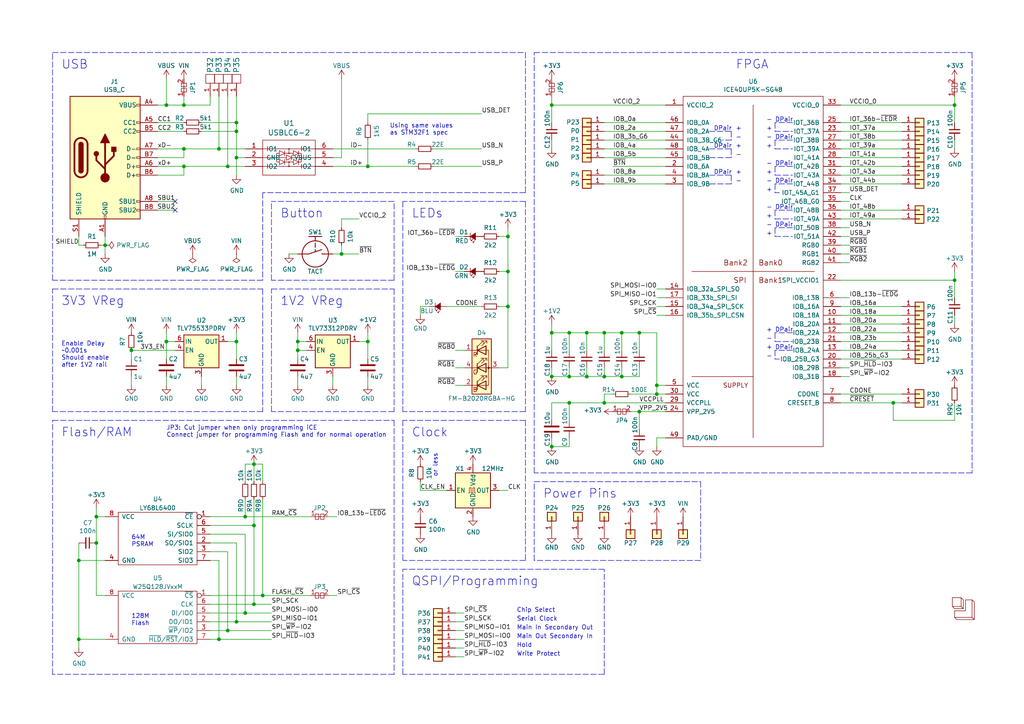
<source format=kicad_sch>
(kicad_sch (version 20231120) (generator "eeschema") (generator_version "8.0")
  (paper "A4")
  (title_block (title "iCEBreaker Bitsy") (date "2020-10-19") (rev "v1.1b") (company "1BitSquared") (comment 1 "© 2018-2020 1BitSquared <info@1bitsquared.com>") (comment 2 "© 2018-2020 Piotr Esden-Tempski <piotr@esden.net>") (comment 3 "© 2020 Jordi Pakey-Rodriguez <jordi@1bitsquared.com>") (comment 4 "License: CC BY-SA 4.0"))
  (junction (at 165.1 109.22))
  (junction (at 71.12 177.8))
  (junction (at 38.1 101.6))
  (junction (at 63.5 185.42))
  (junction (at 147.32 78.74))
  (junction (at 276.86 81.28))
  (junction (at 106.68 99.06))
  (junction (at 63.5 43.18))
  (junction (at 48.26 99.06))
  (junction (at 27.94 157.48))
  (junction (at 180.34 96.52))
  (junction (at 68.58 45.72))
  (junction (at 68.58 99.06))
  (junction (at 30.48 71.12))
  (junction (at 190.5 114.3))
  (junction (at 73.66 175.26))
  (junction (at 86.36 99.06))
  (junction (at 190.5 111.76))
  (junction (at 73.66 152.4))
  (junction (at 160.02 30.48))
  (junction (at 27.94 149.86))
  (junction (at 76.2 172.72))
  (junction (at 185.42 96.52))
  (junction (at 185.42 119.38))
  (junction (at 165.1 116.84))
  (junction (at 175.26 96.52))
  (junction (at 68.58 35.56))
  (junction (at 68.58 180.34))
  (junction (at 175.26 109.22))
  (junction (at 53.34 43.18))
  (junction (at 175.26 116.84))
  (junction (at 165.1 96.52))
  (junction (at 66.04 182.88))
  (junction (at 68.58 38.1))
  (junction (at 259.08 116.84))
  (junction (at 170.18 96.52))
  (junction (at 160.02 109.22))
  (junction (at 53.34 30.48))
  (junction (at 106.68 48.26))
  (junction (at 170.18 109.22))
  (junction (at 53.34 48.26))
  (junction (at 160.02 129.54))
  (junction (at 147.32 88.9))
  (junction (at 22.86 185.42))
  (junction (at 22.86 162.56))
  (junction (at 86.36 101.6))
  (junction (at 48.26 30.48))
  (junction (at 99.06 73.66))
  (junction (at 71.12 149.86))
  (junction (at 160.02 96.52))
  (junction (at 276.86 30.48))
  (junction (at 147.32 68.58))
  (junction (at 180.34 109.22))
  (junction (at 66.04 48.26))
  (junction (at 73.66 134.62))
  (no_connect (at 50.8 60.96))
  (no_connect (at 50.8 58.42))
  (wire (pts (xy 185.42 96.52) (xy 185.42 101.6)))
  (polyline (pts (xy 154.94 162.56) (xy 154.94 139.7)) (stroke (width 0) (type dash)))
  (polyline (pts (xy 15.24 119.38) (xy 15.24 83.82)) (stroke (width 0) (type dash)))
  (polyline (pts (xy 114.3 121.92) (xy 114.3 195.58)) (stroke (width 0) (type dash)))
  (wire (pts (xy 243.84 71.12) (xy 246.38 71.12)))
  (wire (pts (xy 243.84 30.48) (xy 276.86 30.48)))
  (polyline (pts (xy 114.3 119.38) (xy 78.74 119.38)) (stroke (width 0) (type dash)))
  (wire (pts (xy 276.86 93.98) (xy 276.86 91.44)))
  (wire (pts (xy 182.88 119.38) (xy 185.42 119.38)))
  (wire (pts (xy 193.04 45.72) (xy 175.26 45.72)))
  (polyline (pts (xy 15.24 81.28) (xy 15.24 15.24)) (stroke (width 0) (type dash)))
  (wire (pts (xy 38.1 111.76) (xy 38.1 109.22)))
  (wire (pts (xy 73.66 134.62) (xy 71.12 134.62)))
  (wire (pts (xy 243.84 50.8) (xy 261.62 50.8)))
  (wire (pts (xy 99.06 45.72) (xy 99.06 22.86)))
  (wire (pts (xy 185.42 124.46) (xy 185.42 119.38)))
  (wire (pts (xy 68.58 99.06) (xy 68.58 104.14)))
  (wire (pts (xy 68.58 99.06) (xy 68.58 96.52)))
  (wire (pts (xy 60.96 160.02) (xy 66.04 160.02)))
  (wire (pts (xy 106.68 99.06) (xy 106.68 104.14)))
  (wire (pts (xy 276.86 121.92) (xy 276.86 116.84)))
  (polyline (pts (xy 281.94 137.16) (xy 154.94 137.16)) (stroke (width 0) (type dash)))
  (wire (pts (xy 27.94 149.86) (xy 27.94 157.48)))
  (polyline (pts (xy 212.09 40.64) (xy 209.55 40.64)) (stroke (width 0) (type dash)))
  (wire (pts (xy 190.5 96.52) (xy 185.42 96.52)))
  (wire (pts (xy 147.32 78.74) (xy 147.32 68.58)))
  (wire (pts (xy 95.25 149.86) (xy 97.79 149.86)))
  (wire (pts (xy 60.96 172.72) (xy 76.2 172.72)))
  (wire (pts (xy 96.52 73.66) (xy 99.06 73.66)))
  (polyline (pts (xy 76.2 55.88) (xy 76.2 81.28)) (stroke (width 0) (type dash)))
  (wire (pts (xy 276.86 43.18) (xy 276.86 40.64)))
  (polyline (pts (xy 224.79 40.64) (xy 224.79 43.18)) (stroke (width 0) (type dash)))
  (polyline (pts (xy 212.09 38.1) (xy 212.09 40.64)) (stroke (width 0) (type dash)))
  (wire (pts (xy 243.84 91.44) (xy 261.62 91.44)))
  (wire (pts (xy 175.26 109.22) (xy 170.18 109.22)))
  (wire (pts (xy 175.26 96.52) (xy 175.26 101.6)))
  (wire (pts (xy 76.2 172.72) (xy 90.17 172.72)))
  (wire (pts (xy 106.68 99.06) (xy 106.68 96.52)))
  (wire (pts (xy 22.86 162.56) (xy 22.86 185.42)))
  (polyline (pts (xy 224.79 66.04) (xy 224.79 68.58)) (stroke (width 0) (type dash)))
  (wire (pts (xy 63.5 185.42) (xy 78.74 185.42)))
  (wire (pts (xy 243.84 45.72) (xy 261.62 45.72)))
  (wire (pts (xy 58.42 35.56) (xy 68.58 35.56)))
  (polyline (pts (xy 229.87 101.6) (xy 224.79 101.6)) (stroke (width 0) (type dash)))
  (wire (pts (xy 53.34 27.94) (xy 53.34 30.48)))
  (wire (pts (xy 243.84 96.52) (xy 261.62 96.52)))
  (polyline (pts (xy 114.3 81.28) (xy 78.74 81.28)) (stroke (width 0) (type dash)))
  (polyline (pts (xy 114.3 195.58) (xy 15.24 195.58)) (stroke (width 0) (type dash)))
  (wire (pts (xy 193.04 40.64) (xy 175.26 40.64)))
  (wire (pts (xy 170.18 109.22) (xy 170.18 106.68)))
  (wire (pts (xy 68.58 27.94) (xy 68.58 35.56)))
  (wire (pts (xy 73.66 152.4) (xy 73.66 175.26)))
  (wire (pts (xy 76.2 134.62) (xy 76.2 139.7)))
  (polyline (pts (xy 212.09 53.34) (xy 205.74 53.34)) (stroke (width 0) (type dash)))
  (wire (pts (xy 134.62 190.5) (xy 132.08 190.5)))
  (polyline (pts (xy 154.94 137.16) (xy 154.94 15.24)) (stroke (width 0) (type dash)))
  (wire (pts (xy 60.96 182.88) (xy 66.04 182.88)))
  (wire (pts (xy 243.84 93.98) (xy 261.62 93.98)))
  (polyline (pts (xy 76.2 83.82) (xy 76.2 119.38)) (stroke (width 0) (type dash)))
  (wire (pts (xy 60.96 162.56) (xy 63.5 162.56)))
  (wire (pts (xy 259.08 116.84) (xy 259.08 121.92)))
  (wire (pts (xy 60.96 27.94) (xy 60.96 30.48)))
  (wire (pts (xy 193.04 114.3) (xy 190.5 114.3)))
  (polyline (pts (xy 224.79 99.06) (xy 229.87 99.06)) (stroke (width 0) (type dash)))
  (wire (pts (xy 243.84 68.58) (xy 246.38 68.58)))
  (wire (pts (xy 27.94 172.72) (xy 30.48 172.72)))
  (wire (pts (xy 243.84 66.04) (xy 246.38 66.04)))
  (wire (pts (xy 22.86 185.42) (xy 22.86 187.96)))
  (wire (pts (xy 144.78 106.68) (xy 147.32 106.68)))
  (wire (pts (xy 132.08 111.76) (xy 134.62 111.76)))
  (wire (pts (xy 30.48 162.56) (xy 22.86 162.56)))
  (polyline (pts (xy 205.74 43.18) (xy 212.09 43.18)) (stroke (width 0) (type dash)))
  (polyline (pts (xy 212.09 43.18) (xy 212.09 45.72)) (stroke (width 0) (type dash)))
  (wire (pts (xy 66.04 99.06) (xy 68.58 99.06)))
  (wire (pts (xy 243.84 38.1) (xy 261.62 38.1)))
  (polyline (pts (xy 152.4 121.92) (xy 152.4 162.56)) (stroke (width 0) (type dash)))
  (wire (pts (xy 53.34 43.18) (xy 63.5 43.18)))
  (wire (pts (xy 160.02 30.48) (xy 193.04 30.48)))
  (wire (pts (xy 48.26 99.06) (xy 48.26 96.52)))
  (wire (pts (xy 190.5 96.52) (xy 190.5 111.76)))
  (wire (pts (xy 134.62 68.58) (xy 132.08 68.58)))
  (wire (pts (xy 175.26 114.3) (xy 175.26 116.84)))
  (wire (pts (xy 73.66 134.62) (xy 76.2 134.62)))
  (wire (pts (xy 243.84 104.14) (xy 261.62 104.14)))
  (polyline (pts (xy 152.4 162.56) (xy 116.84 162.56)) (stroke (width 0) (type dash)))
  (polyline (pts (xy 224.79 50.8) (xy 229.87 50.8)) (stroke (width 0) (type dash)))
  (polyline (pts (xy 152.4 121.92) (xy 116.84 121.92)) (stroke (width 0) (type dash)))
  (wire (pts (xy 243.84 109.22) (xy 246.38 109.22)))
  (wire (pts (xy 144.78 78.74) (xy 147.32 78.74)))
  (wire (pts (xy 193.04 86.36) (xy 190.5 86.36)))
  (wire (pts (xy 160.02 93.98) (xy 160.02 96.52)))
  (wire (pts (xy 160.02 129.54) (xy 165.1 129.54)))
  (wire (pts (xy 165.1 106.68) (xy 165.1 109.22)))
  (wire (pts (xy 177.8 114.3) (xy 175.26 114.3)))
  (wire (pts (xy 22.86 157.48) (xy 22.86 162.56)))
  (wire (pts (xy 185.42 109.22) (xy 180.34 109.22)))
  (polyline (pts (xy 224.79 104.14) (xy 226.06 104.14)) (stroke (width 0) (type dash)))
  (wire (pts (xy 66.04 48.26) (xy 71.12 48.26)))
  (wire (pts (xy 144.78 88.9) (xy 147.32 88.9)))
  (wire (pts (xy 185.42 96.52) (xy 180.34 96.52)))
  (wire (pts (xy 190.5 111.76) (xy 190.5 114.3)))
  (polyline (pts (xy 203.2 139.7) (xy 203.2 162.56)) (stroke (width 0) (type dash)))
  (wire (pts (xy 132.08 177.8) (xy 134.62 177.8)))
  (wire (pts (xy 175.26 96.52) (xy 170.18 96.52)))
  (wire (pts (xy 68.58 45.72) (xy 68.58 50.8)))
  (polyline (pts (xy 224.79 96.52) (xy 224.79 99.06)) (stroke (width 0) (type dash)))
  (wire (pts (xy 259.08 116.84) (xy 261.62 116.84)))
  (wire (pts (xy 124.46 88.9) (xy 121.92 88.9)))
  (polyline (pts (xy 15.24 195.58) (xy 15.24 121.92)) (stroke (width 0) (type dash)))
  (wire (pts (xy 243.84 86.36) (xy 246.38 86.36)))
  (wire (pts (xy 71.12 149.86) (xy 71.12 144.78)))
  (wire (pts (xy 134.62 78.74) (xy 132.08 78.74)))
  (wire (pts (xy 58.42 38.1) (xy 68.58 38.1)))
  (polyline (pts (xy 114.3 83.82) (xy 114.3 119.38)) (stroke (width 0) (type dash)))
  (wire (pts (xy 68.58 35.56) (xy 68.58 38.1)))
  (wire (pts (xy 160.02 43.18) (xy 160.02 40.64)))
  (wire (pts (xy 147.32 106.68) (xy 147.32 88.9)))
  (polyline (pts (xy 212.09 45.72) (xy 205.74 45.72)) (stroke (width 0) (type dash)))
  (wire (pts (xy 243.84 53.34) (xy 261.62 53.34)))
  (wire (pts (xy 58.42 109.22) (xy 58.42 111.76)))
  (wire (pts (xy 243.84 55.88) (xy 246.38 55.88)))
  (wire (pts (xy 160.02 30.48) (xy 160.02 35.56)))
  (wire (pts (xy 193.04 88.9) (xy 190.5 88.9)))
  (polyline (pts (xy 229.87 60.96) (xy 224.79 60.96)) (stroke (width 0) (type dash)))
  (polyline (pts (xy 116.84 58.42) (xy 116.84 119.38)) (stroke (width 0) (type dash)))
  (polyline (pts (xy 152.4 55.88) (xy 76.2 55.88)) (stroke (width 0) (type dash)))
  (wire (pts (xy 129.54 88.9) (xy 139.7 88.9)))
  (wire (pts (xy 99.06 73.66) (xy 99.06 71.12)))
  (wire (pts (xy 53.34 50.8) (xy 53.34 48.26)))
  (polyline (pts (xy 152.4 58.42) (xy 116.84 58.42)) (stroke (width 0) (type dash)))
  (polyline (pts (xy 78.74 81.28) (xy 78.74 58.42)) (stroke (width 0) (type dash)))
  (wire (pts (xy 147.32 88.9) (xy 147.32 78.74)))
  (wire (pts (xy 106.68 48.26) (xy 106.68 40.64)))
  (wire (pts (xy 165.1 96.52) (xy 160.02 96.52)))
  (polyline (pts (xy 78.74 119.38) (xy 78.74 83.82)) (stroke (width 0) (type dash)))
  (wire (pts (xy 147.32 68.58) (xy 147.32 66.04)))
  (wire (pts (xy 104.14 63.5) (xy 99.06 63.5)))
  (polyline (pts (xy 224.79 60.96) (xy 224.79 63.5)) (stroke (width 0) (type dash)))
  (polyline (pts (xy 224.79 101.6) (xy 224.79 104.14)) (stroke (width 0) (type dash)))
  (wire (pts (xy 22.86 68.58) (xy 22.86 71.12)))
  (wire (pts (xy 132.08 106.68) (xy 134.62 106.68)))
  (wire (pts (xy 132.08 101.6) (xy 134.62 101.6)))
  (wire (pts (xy 73.66 175.26) (xy 78.74 175.26)))
  (wire (pts (xy 193.04 50.8) (xy 175.26 50.8)))
  (wire (pts (xy 71.12 45.72) (xy 68.58 45.72)))
  (wire (pts (xy 106.68 48.26) (xy 120.65 48.26)))
  (polyline (pts (xy 154.94 139.7) (xy 203.2 139.7)) (stroke (width 0) (type dash)))
  (wire (pts (xy 243.84 35.56) (xy 261.62 35.56)))
  (wire (pts (xy 96.52 43.18) (xy 120.65 43.18)))
  (wire (pts (xy 104.14 99.06) (xy 106.68 99.06)))
  (wire (pts (xy 60.96 185.42) (xy 63.5 185.42)))
  (wire (pts (xy 243.84 58.42) (xy 246.38 58.42)))
  (wire (pts (xy 30.48 71.12) (xy 30.48 73.66)))
  (wire (pts (xy 160.02 109.22) (xy 165.1 109.22)))
  (polyline (pts (xy 15.24 121.92) (xy 114.3 121.92)) (stroke (width 0) (type dash)))
  (polyline (pts (xy 224.79 38.1) (xy 229.87 38.1)) (stroke (width 0) (type dash)))
  (wire (pts (xy 76.2 144.78) (xy 76.2 172.72)))
  (polyline (pts (xy 224.79 55.88) (xy 226.06 55.88)) (stroke (width 0) (type dash)))
  (wire (pts (xy 95.25 172.72) (xy 97.79 172.72)))
  (wire (pts (xy 132.08 180.34) (xy 134.62 180.34)))
  (wire (pts (xy 45.72 35.56) (xy 53.34 35.56)))
  (wire (pts (xy 185.42 119.38) (xy 193.04 119.38)))
  (wire (pts (xy 165.1 127) (xy 165.1 129.54)))
  (wire (pts (xy 73.66 152.4) (xy 60.96 152.4)))
  (wire (pts (xy 243.84 40.64) (xy 261.62 40.64)))
  (wire (pts (xy 60.96 149.86) (xy 71.12 149.86)))
  (polyline (pts (xy 205.74 38.1) (xy 212.09 38.1)) (stroke (width 0) (type dash)))
  (wire (pts (xy 160.02 121.92) (xy 160.02 116.84)))
  (wire (pts (xy 60.96 177.8) (xy 71.12 177.8)))
  (wire (pts (xy 180.34 106.68) (xy 180.34 109.22)))
  (polyline (pts (xy 175.26 165.1) (xy 116.84 165.1)) (stroke (width 0) (type dash)))
  (wire (pts (xy 71.12 149.86) (xy 90.17 149.86)))
  (wire (pts (xy 48.26 104.14) (xy 48.26 99.06)))
  (polyline (pts (xy 224.79 63.5) (xy 229.87 63.5)) (stroke (width 0) (type dash)))
  (polyline (pts (xy 152.4 119.38) (xy 116.84 119.38)) (stroke (width 0) (type dash)))
  (wire (pts (xy 60.96 30.48) (xy 53.34 30.48)))
  (polyline (pts (xy 205.74 50.8) (xy 212.09 50.8)) (stroke (width 0) (type dash)))
  (wire (pts (xy 243.84 48.26) (xy 261.62 48.26)))
  (wire (pts (xy 125.73 43.18) (xy 139.7 43.18)))
  (wire (pts (xy 63.5 162.56) (xy 63.5 185.42)))
  (polyline (pts (xy 152.4 15.24) (xy 152.4 55.88)) (stroke (width 0) (type dash)))
  (wire (pts (xy 175.26 116.84) (xy 165.1 116.84)))
  (wire (pts (xy 121.92 142.24) (xy 129.54 142.24)))
  (wire (pts (xy 125.73 48.26) (xy 139.7 48.26)))
  (wire (pts (xy 38.1 101.6) (xy 50.8 101.6)))
  (wire (pts (xy 45.72 38.1) (xy 53.34 38.1)))
  (wire (pts (xy 165.1 116.84) (xy 165.1 121.92)))
  (polyline (pts (xy 224.79 68.58) (xy 229.87 68.58)) (stroke (width 0) (type dash)))
  (wire (pts (xy 45.72 48.26) (xy 53.34 48.26)))
  (polyline (pts (xy 224.79 53.34) (xy 224.79 55.88)) (stroke (width 0) (type dash)))
  (wire (pts (xy 144.78 68.58) (xy 147.32 68.58)))
  (wire (pts (xy 53.34 45.72) (xy 53.34 43.18)))
  (polyline (pts (xy 203.2 162.56) (xy 154.94 162.56)) (stroke (width 0) (type dash)))
  (polyline (pts (xy 154.94 15.24) (xy 281.94 15.24)) (stroke (width 0) (type dash)))
  (wire (pts (xy 86.36 101.6) (xy 86.36 99.06)))
  (wire (pts (xy 190.5 114.3) (xy 182.88 114.3)))
  (wire (pts (xy 106.68 33.02) (xy 139.7 33.02)))
  (wire (pts (xy 160.02 27.94) (xy 160.02 30.48)))
  (wire (pts (xy 193.04 35.56) (xy 175.26 35.56)))
  (wire (pts (xy 68.58 157.48) (xy 68.58 180.34)))
  (wire (pts (xy 276.86 27.94) (xy 276.86 30.48)))
  (wire (pts (xy 144.78 142.24) (xy 147.32 142.24)))
  (wire (pts (xy 243.84 101.6) (xy 261.62 101.6)))
  (wire (pts (xy 86.36 99.06) (xy 88.9 99.06)))
  (wire (pts (xy 160.02 106.68) (xy 160.02 109.22)))
  (wire (pts (xy 243.84 116.84) (xy 259.08 116.84)))
  (wire (pts (xy 48.26 30.48) (xy 53.34 30.48)))
  (wire (pts (xy 193.04 83.82) (xy 190.5 83.82)))
  (polyline (pts (xy 229.87 40.64) (xy 224.79 40.64)) (stroke (width 0) (type dash)))
  (wire (pts (xy 60.96 180.34) (xy 68.58 180.34)))
  (wire (pts (xy 60.96 154.94) (xy 71.12 154.94)))
  (wire (pts (xy 60.96 157.48) (xy 68.58 157.48)))
  (wire (pts (xy 160.02 116.84) (xy 165.1 116.84)))
  (wire (pts (xy 106.68 111.76) (xy 106.68 109.22)))
  (wire (pts (xy 243.84 73.66) (xy 246.38 73.66)))
  (wire (pts (xy 243.84 43.18) (xy 261.62 43.18)))
  (wire (pts (xy 134.62 182.88) (xy 132.08 182.88)))
  (wire (pts (xy 193.04 48.26) (xy 177.8 48.26)))
  (wire (pts (xy 193.04 43.18) (xy 175.26 43.18)))
  (wire (pts (xy 45.72 45.72) (xy 53.34 45.72)))
  (wire (pts (xy 121.92 142.24) (xy 121.92 139.7)))
  (wire (pts (xy 170.18 96.52) (xy 170.18 101.6)))
  (wire (pts (xy 45.72 60.96) (xy 50.8 60.96)))
  (polyline (pts (xy 229.87 66.04) (xy 224.79 66.04)) (stroke (width 0) (type dash)))
  (wire (pts (xy 160.02 127) (xy 160.02 129.54)))
  (wire (pts (xy 53.34 48.26) (xy 66.04 48.26)))
  (wire (pts (xy 243.84 99.06) (xy 261.62 99.06)))
  (wire (pts (xy 29.21 71.12) (xy 30.48 71.12)))
  (wire (pts (xy 96.52 45.72) (xy 99.06 45.72)))
  (wire (pts (xy 22.86 185.42) (xy 30.48 185.42)))
  (polyline (pts (xy 116.84 121.92) (xy 116.84 162.56)) (stroke (width 0) (type dash)))
  (wire (pts (xy 73.66 139.7) (xy 73.66 134.62)))
  (wire (pts (xy 276.86 81.28) (xy 276.86 86.36)))
  (wire (pts (xy 243.84 81.28) (xy 276.86 81.28)))
  (wire (pts (xy 243.84 63.5) (xy 261.62 63.5)))
  (wire (pts (xy 193.04 127) (xy 190.5 127)))
  (polyline (pts (xy 76.2 119.38) (xy 15.24 119.38)) (stroke (width 0) (type dash)))
  (wire (pts (xy 134.62 185.42) (xy 132.08 185.42)))
  (wire (pts (xy 66.04 182.88) (xy 78.74 182.88)))
  (polyline (pts (xy 175.26 195.58) (xy 175.26 165.1)) (stroke (width 0) (type dash)))
  (wire (pts (xy 193.04 53.34) (xy 175.26 53.34)))
  (wire (pts (xy 180.34 96.52) (xy 180.34 101.6)))
  (wire (pts (xy 71.12 177.8) (xy 78.74 177.8)))
  (polyline (pts (xy 78.74 83.82) (xy 114.3 83.82)) (stroke (width 0) (type dash)))
  (wire (pts (xy 86.36 104.14) (xy 86.36 101.6)))
  (wire (pts (xy 175.26 106.68) (xy 175.26 109.22)))
  (polyline (pts (xy 212.09 50.8) (xy 212.09 53.34)) (stroke (width 0) (type dash)))
  (polyline (pts (xy 229.87 53.34) (xy 224.79 53.34)) (stroke (width 0) (type dash)))
  (polyline (pts (xy 116.84 195.58) (xy 116.84 165.1)) (stroke (width 0) (type dash)))
  (wire (pts (xy 180.34 96.52) (xy 175.26 96.52)))
  (wire (pts (xy 38.1 101.6) (xy 38.1 104.14)))
  (wire (pts (xy 99.06 63.5) (xy 99.06 66.04)))
  (wire (pts (xy 259.08 121.92) (xy 276.86 121.92)))
  (wire (pts (xy 165.1 96.52) (xy 165.1 101.6)))
  (wire (pts (xy 180.34 109.22) (xy 175.26 109.22)))
  (wire (pts (xy 68.58 38.1) (xy 68.58 45.72)))
  (wire (pts (xy 185.42 106.68) (xy 185.42 109.22)))
  (wire (pts (xy 276.86 81.28) (xy 276.86 78.74)))
  (wire (pts (xy 45.72 43.18) (xy 53.34 43.18)))
  (wire (pts (xy 68.58 111.76) (xy 68.58 109.22)))
  (wire (pts (xy 190.5 127) (xy 190.5 129.54)))
  (wire (pts (xy 170.18 96.52) (xy 165.1 96.52)))
  (wire (pts (xy 27.94 149.86) (xy 27.94 147.32)))
  (polyline (pts (xy 152.4 58.42) (xy 152.4 119.38)) (stroke (width 0) (type dash)))
  (wire (pts (xy 243.84 114.3) (xy 261.62 114.3)))
  (wire (pts (xy 48.26 109.22) (xy 48.26 111.76)))
  (polyline (pts (xy 114.3 81.28) (xy 114.3 58.42)) (stroke (width 0) (type dash)))
  (wire (pts (xy 30.48 71.12) (xy 30.48 68.58)))
  (polyline (pts (xy 224.79 35.56) (xy 224.79 38.1)) (stroke (width 0) (type dash)))
  (wire (pts (xy 193.04 111.76) (xy 190.5 111.76)))
  (wire (pts (xy 48.26 99.06) (xy 50.8 99.06)))
  (wire (pts (xy 88.9 101.6) (xy 86.36 101.6)))
  (polyline (pts (xy 175.26 195.58) (xy 116.84 195.58)) (stroke (width 0) (type dash)))
  (wire (pts (xy 96.52 48.26) (xy 106.68 48.26)))
  (wire (pts (xy 63.5 43.18) (xy 71.12 43.18)))
  (polyline (pts (xy 229.87 96.52) (xy 224.79 96.52)) (stroke (width 0) (type dash)))
  (wire (pts (xy 73.66 152.4) (xy 73.66 144.78)))
  (wire (pts (xy 60.96 175.26) (xy 73.66 175.26)))
  (wire (pts (xy 276.86 30.48) (xy 276.86 35.56)))
  (wire (pts (xy 86.36 73.66) (xy 83.82 73.66)))
  (wire (pts (xy 22.86 71.12) (xy 24.13 71.12)))
  (wire (pts (xy 193.04 38.1) (xy 175.26 38.1)))
  (wire (pts (xy 27.94 157.48) (xy 27.94 172.72)))
  (wire (pts (xy 45.72 30.48) (xy 48.26 30.48)))
  (wire (pts (xy 45.72 50.8) (xy 53.34 50.8)))
  (wire (pts (xy 63.5 27.94) (xy 63.5 43.18)))
  (wire (pts (xy 30.48 149.86) (xy 27.94 149.86)))
  (wire (pts (xy 243.84 76.2) (xy 246.38 76.2)))
  (wire (pts (xy 243.84 60.96) (xy 261.62 60.96)))
  (wire (pts (xy 243.84 88.9) (xy 261.62 88.9)))
  (polyline (pts (xy 76.2 81.28) (xy 15.24 81.28)) (stroke (width 0) (type dash)))
  (wire (pts (xy 66.04 160.02) (xy 66.04 182.88)))
  (wire (pts (xy 106.68 35.56) (xy 106.68 33.02)))
  (polyline (pts (xy 15.24 15.24) (xy 152.4 15.24)) (stroke (width 0) (type dash)))
  (wire (pts (xy 96.52 109.22) (xy 96.52 111.76)))
  (polyline (pts (xy 114.3 58.42) (xy 78.74 58.42)) (stroke (width 0) (type dash)))
  (wire (pts (xy 165.1 109.22) (xy 170.18 109.22)))
  (wire (pts (xy 99.06 73.66) (xy 104.14 73.66)))
  (polyline (pts (xy 229.87 35.56) (xy 224.79 35.56)) (stroke (width 0) (type dash)))
  (wire (pts (xy 193.04 116.84) (xy 175.26 116.84)))
  (wire (pts (xy 86.36 109.22) (xy 86.36 111.76)))
  (wire (pts (xy 132.08 187.96) (xy 134.62 187.96)))
  (polyline (pts (xy 15.24 83.82) (xy 76.2 83.82)) (stroke (width 0) (type dash)))
  (wire (pts (xy 243.84 106.68) (xy 246.38 106.68)))
  (wire (pts (xy 68.58 180.34) (xy 78.74 180.34)))
  (wire (pts (xy 66.04 27.94) (xy 66.04 48.26)))
  (wire (pts (xy 45.72 58.42) (xy 50.8 58.42)))
  (polyline (pts (xy 224.79 43.18) (xy 229.87 43.18)) (stroke (width 0) (type dash)))
  (wire (pts (xy 121.92 88.9) (xy 121.92 91.44)))
  (wire (pts (xy 71.12 134.62) (xy 71.12 139.7)))
  (wire (pts (xy 71.12 154.94) (xy 71.12 177.8)))
  (polyline (pts (xy 281.94 15.24) (xy 281.94 137.16)) (stroke (width 0) (type dash)))
  (wire (pts (xy 48.26 30.48) (xy 48.26 22.86)))
  (polyline (pts (xy 224.79 48.26) (xy 224.79 50.8)) (stroke (width 0) (type dash)))
  (polyline (pts (xy 229.87 48.26) (xy 224.79 48.26)) (stroke (width 0) (type dash)))
  (wire (pts (xy 86.36 99.06) (xy 86.36 96.52)))
  (wire (pts (xy 193.04 91.44) (xy 190.5 91.44)))
  (wire (pts (xy 160.02 96.52) (xy 160.02 101.6)))
  (text "128M\nFlash" (at 38.1 181.61 0) (effects (font (size 1.27 1.27)) (justify left bottom)))
  (text "DPair" (at 207.01 43.18 0) (effects (font (size 1.27 1.27)) (justify left bottom)))
  (text "DPair" (at 224.79 35.56 0) (effects (font (size 1.27 1.27)) (justify left bottom)))
  (text "3V3 VReg" (at 17.78 88.9 0) (effects (font (size 2.54 2.54)) (justify left bottom)))
  (text "Chip Select" (at 149.86 177.8 0) (effects (font (size 1.27 1.27)) (justify left bottom)))
  (text "+" (at 213.36 50.8 0) (effects (font (size 1.27 1.27)) (justify left bottom)))
  (text "Main Out Secondary In" (at 149.86 185.42 0) (effects (font (size 1.27 1.27)) (justify left bottom)))
  (text "-" (at 222.25 35.56 0) (effects (font (size 1.27 1.27)) (justify left bottom)))
  (text "USB" (at 17.78 20.32 0) (effects (font (size 2.54 2.54)) (justify left bottom)))
  (text "Serial Clock" (at 149.86 180.34 0) (effects (font (size 1.27 1.27)) (justify left bottom)))
  (text "FPGA" (at 213.36 20.32 0) (effects (font (size 2.54 2.54)) (justify left bottom)))
  (text "or less" (at 127 138.43 90) (effects (font (size 1.27 1.27)) (justify left bottom)))
  (text "+" (at 222.25 101.6 0) (effects (font (size 1.27 1.27)) (justify left bottom)))
  (text "DPair" (at 224.79 96.52 0) (effects (font (size 1.27 1.27)) (justify left bottom)))
  (text "DPair" (at 207.01 38.1 0) (effects (font (size 1.27 1.27)) (justify left bottom)))
  (text "Main In Secondary Out" (at 149.86 182.88 0) (effects (font (size 1.27 1.27)) (justify left bottom)))
  (text "+" (at 213.36 38.1 0) (effects (font (size 1.27 1.27)) (justify left bottom)))
  (text "Clock" (at 119.38 127 0) (effects (font (size 2.54 2.54)) (justify left bottom)))
  (text "-" (at 222.25 66.04 0) (effects (font (size 1.27 1.27)) (justify left bottom)))
  (text "+" (at 222.25 96.52 0) (effects (font (size 1.27 1.27)) (justify left bottom)))
  (text "DPair" (at 224.79 60.96 0) (effects (font (size 1.27 1.27)) (justify left bottom)))
  (text "+" (at 222.25 63.5 0) (effects (font (size 1.27 1.27)) (justify left bottom)))
  (text "+" (at 222.25 50.8 0) (effects (font (size 1.27 1.27)) (justify left bottom)))
  (text "1V2 VReg" (at 81.28 88.9 0) (effects (font (size 2.54 2.54)) (justify left bottom)))
  (text "+" (at 222.25 68.58 0) (effects (font (size 1.27 1.27)) (justify left bottom)))
  (text "DPair" (at 224.79 66.04 0) (effects (font (size 1.27 1.27)) (justify left bottom)))
  (text "+" (at 222.25 38.1 0) (effects (font (size 1.27 1.27)) (justify left bottom)))
  (text "-" (at 222.25 48.26 0) (effects (font (size 1.27 1.27)) (justify left bottom)))
  (text "Enable Delay\n~0.001s\nShould enable\nafter 1V2 rail" (at 17.78 106.68 0) (effects (font (size 1.27 1.27)) (justify left bottom)))
  (text "64M\nPSRAM" (at 38.1 158.75 0) (effects (font (size 1.27 1.27)) (justify left bottom)))
  (text "-" (at 213.36 40.64 0) (effects (font (size 1.27 1.27)) (justify left bottom)))
  (text "-" (at 222.25 99.06 0) (effects (font (size 1.27 1.27)) (justify left bottom)))
  (text "Flash/RAM" (at 17.78 127 0) (effects (font (size 2.54 2.54)) (justify left bottom)))
  (text "JP3: Cut jumper when only programming iCE\nConnect jumper for programming Flash and for normal operation" (at 48.26 127 0) (effects (font (size 1.27 1.27)) (justify left bottom)))
  (text "DPair" (at 224.79 53.34 0) (effects (font (size 1.27 1.27)) (justify left bottom)))
  (text "-" (at 213.36 53.34 0) (effects (font (size 1.27 1.27)) (justify left bottom)))
  (text "Using same values\nas STM32F1 spec" (at 113.03 39.37 0) (effects (font (size 1.27 1.27)) (justify left bottom)))
  (text "DPair" (at 224.79 101.6 0) (effects (font (size 1.27 1.27)) (justify left bottom)))
  (text "-" (at 213.36 45.72 0) (effects (font (size 1.27 1.27)) (justify left bottom)))
  (text "DPair" (at 224.79 48.26 0) (effects (font (size 1.27 1.27)) (justify left bottom)))
  (text "-" (at 222.25 60.96 0) (effects (font (size 1.27 1.27)) (justify left bottom)))
  (text "+" (at 222.25 43.18 0) (effects (font (size 1.27 1.27)) (justify left bottom)))
  (text "LEDs" (at 119.38 63.5 0) (effects (font (size 2.54 2.54)) (justify left bottom)))
  (text "QSPI/Programming" (at 119.38 170.18 0) (effects (font (size 2.54 2.54)) (justify left bottom)))
  (text "-" (at 222.25 53.34 0) (effects (font (size 1.27 1.27)) (justify left bottom)))
  (text "-" (at 222.25 40.64 0) (effects (font (size 1.27 1.27)) (justify left bottom)))
  (text "+" (at 213.36 43.18 0) (effects (font (size 1.27 1.27)) (justify left bottom)))
  (text "+" (at 222.25 55.88 0) (effects (font (size 1.27 1.27)) (justify left bottom)))
  (text "-" (at 222.25 104.14 0) (effects (font (size 1.27 1.27)) (justify left bottom)))
  (text "Hold" (at 149.86 187.96 0) (effects (font (size 1.27 1.27)) (justify left bottom)))
  (text "DPair" (at 224.79 40.64 0) (effects (font (size 1.27 1.27)) (justify left bottom)))
  (text "DPair" (at 207.01 50.8 0) (effects (font (size 1.27 1.27)) (justify left bottom)))
  (text "Power Pins" (at 157.48 144.78 0) (effects (font (size 2.54 2.54)) (justify left bottom)))
  (text "Button" (at 81.28 63.5 0) (effects (font (size 2.54 2.54)) (justify left bottom)))
  (text "Write Protect" (at 149.86 190.5 0) (effects (font (size 1.27 1.27)) (justify left bottom)))
  (label "CDONE" (at 246.38 114.3 0))
  (label "SPI_SCK" (at 134.62 180.34 0))
  (label "SPI_~{HLD}-IO3" (at 246.38 106.68 0))
  (label "iD+" (at 101.6 48.26 0))
  (label "CC2" (at 45.72 38.1 0))
  (label "CLK" (at 246.38 58.42 0))
  (label "IOB_13b-~{LEDG}" (at 97.79 149.86 0))
  (label "SPI_SCK" (at 78.74 175.26 0))
  (label "SPI_MISO-IO1" (at 190.5 86.36 180))
  (label "RAM_~{CS}" (at 78.74 149.86 0))
  (label "~{BTN}" (at 104.14 73.66 0))
  (label "SPI_MISO-IO1" (at 78.74 180.34 0))
  (label "VCCIO_2" (at 104.14 63.5 0))
  (label "IOB_5b" (at 177.8 45.72 0))
  (label "~{RGB0}" (at 246.38 71.12 0))
  (label "USB_P" (at 246.38 68.58 0))
  (label "xD-" (at 45.72 43.18 0))
  (label "xD+" (at 45.72 48.26 0))
  (label "USB_DET" (at 246.38 55.88 0))
  (label "SPI_~{WP}-IO2" (at 78.74 182.88 0))
  (label "IOT_36b-~{LEDR}" (at 246.38 35.56 0))
  (label "SHIELD" (at 22.86 71.12 180))
  (label "~{BTN}" (at 177.8 48.26 0))
  (label "SBU2" (at 50.8 60.96 180))
  (label "CDONE" (at 132.08 88.9 0))
  (label "IOT_43a" (at 246.38 50.8 0))
  (label "VPP_2V5" (at 185.42 119.38 0))
  (label "IOB_22a" (at 246.38 96.52 0))
  (label "SPI_MOSI-IO0" (at 78.74 177.8 0))
  (label "IOT_48b" (at 246.38 60.96 0))
  (label "~{CRESET}" (at 246.38 116.84 0))
  (label "IOB_13b-~{LEDG}" (at 246.38 86.36 0))
  (label "~{RGB0}" (at 132.08 101.6 180))
  (label "SPI_MOSI-IO0" (at 190.5 83.82 180))
  (label "IOB_3b_G6" (at 177.8 40.64 0))
  (label "IOT_36b-~{LEDR}" (at 132.08 68.58 180))
  (label "IOB_16a" (at 246.38 88.9 0))
  (label "SPI_~{CS}" (at 134.62 177.8 0))
  (label "IOB_4a" (at 177.8 43.18 0))
  (label "IOT_49a" (at 246.38 63.5 0))
  (label "IOT_42b" (at 246.38 48.26 0))
  (label "IOT_38b" (at 246.38 40.64 0))
  (label "USB_P" (at 139.7 48.26 0))
  (label "CC1" (at 45.72 35.56 0))
  (label "SPI_~{WP}-IO2" (at 246.38 109.22 0))
  (label "FLASH_~{CS}" (at 78.74 172.72 0))
  (label "IOB_2a" (at 177.8 38.1 0))
  (label "VCCIO_2" (at 177.8 30.48 0))
  (label "SPI_~{WP}-IO2" (at 134.62 190.5 0))
  (label "USB_N" (at 246.38 66.04 0))
  (label "IOB_9b" (at 177.8 53.34 0))
  (label "IOT_39a" (at 246.38 43.18 0))
  (label "SPI_SCK" (at 190.5 88.9 180))
  (label "IOT_41a" (at 246.38 45.72 0))
  (label "iD-" (at 101.6 43.18 0))
  (label "~{RGB1}" (at 132.08 106.68 180))
  (label "SPI_MOSI-IO0" (at 134.62 185.42 0))
  (label "USB_N" (at 139.7 43.18 0))
  (label "IOB_24a" (at 246.38 101.6 0))
  (label "SPI_~{CS}" (at 190.5 91.44 180))
  (label "SPI_~{HLD}-IO3" (at 134.62 187.96 0))
  (label "IOB_13b-~{LEDG}" (at 132.08 78.74 180))
  (label "IOB_23b" (at 246.38 99.06 0))
  (label "SPI_MISO-IO1" (at 134.62 182.88 0))
  (label "CLK" (at 147.32 142.24 0))
  (label "SPI_~{CS}" (at 97.79 172.72 0))
  (label "IOB_25b_G3" (at 246.38 104.14 0))
  (label "SBU1" (at 50.8 58.42 180))
  (label "VCCPLL" (at 185.42 116.84 0))
  (label "~{RGB2}" (at 246.38 76.2 0))
  (label "IOB_20a" (at 246.38 93.98 0))
  (label "~{RGB1}" (at 246.38 73.66 0))
  (label "IOB_8a" (at 177.8 50.8 0))
  (label "IOB_18a" (at 246.38 91.44 0))
  (label "IOB_0a" (at 177.8 35.56 0))
  (label "3V3_EN" (at 40.64 101.6 0))
  (label "CLK_EN" (at 121.92 142.24 0))
  (label "VCCIO_0" (at 246.38 30.48 0))
  (label "~{RGB2}" (at 132.08 111.76 180))
  (label "IOT_44b" (at 246.38 53.34 0))
  (label "IOT_37a" (at 246.38 38.1 0))
  (label "SPI_~{HLD}-IO3" (at 78.74 185.42 0))
  (label "USB_DET" (at 139.7 33.02 0))
  (symbol (lib_id "icebreaker-bitsy-rescue:ICE40UP5K-SG48-pkl_lattice") (at 218.44 78.74 0) (unit 1)
    (property "Reference" "U6" (at 218.44 23.622 0))
    (property "Value" "ICE40UP5K-SG48" (at 218.44 25.9842 0))
    (property "Footprint" "pkl_housings_dfn_qfn:QFN-48-1EP_7x7mm_Pitch0.5mm" (effects (hide yes)))
    (property "Source" "ANY" (effects (hide yes)))
    (property "Key" "ic-ice40up5k-sg48" (effects (hide yes)))
  )
  (symbol (lib_id "icebreaker-bitsy-rescue:GND-power") (at 190.5 129.54 0) (unit 1)
    (property "Reference" "#PWR01" (effects (hide yes)))
    (property "Value" "GND" (at 190.627 134.0104 0))
  )
  (symbol (lib_id "icebreaker-bitsy-rescue:pkl_R_Small-pkl_device") (at 121.92 137.16 0) (unit 1)
    (property "Reference" "R8" (at 119.38 137.16 90))
    (property "Value" "10k" (at 124.46 137.16 90))
    (property "Footprint" "pkl_dipol:R_0402" (effects (hide yes)))
    (property "Source" "ANY" (effects (hide yes)))
    (property "Key" "res-0402-10k" (effects (hide yes)))
  )
  (symbol (lib_id "icebreaker-bitsy-rescue:+3V3-power") (at 137.16 134.62 0) (unit 1)
    (property "Reference" "#PWR02" (effects (hide yes)))
    (property "Value" "+3V3" (at 137.16 130.81 0))
  )
  (symbol (lib_id "icebreaker-bitsy-rescue:+3V3-power") (at 121.92 134.62 0) (unit 1)
    (property "Reference" "#PWR03" (effects (hide yes)))
    (property "Value" "+3V3" (at 121.92 130.81 0))
  )
  (symbol (lib_id "icebreaker-bitsy-rescue:GND-power") (at 137.16 149.86 0) (unit 1)
    (property "Reference" "#PWR05" (effects (hide yes)))
    (property "Value" "GND" (at 137.287 154.3304 0))
  )
  (symbol (lib_id "icebreaker-bitsy-rescue:pkl_C_Small-pkl_device") (at 121.92 152.4 0) (unit 1)
    (property "Reference" "C6" (at 124.2568 151.2062 0) (effects (justify left)))
    (property "Value" "100n" (at 124.2568 153.5684 0) (effects (justify left)))
    (property "Footprint" "pkl_dipol:C_0402" (effects (hide yes)))
    (property "Source" "ANY" (effects (hide yes)))
    (property "Key" "cap-cer-0402-100n" (effects (hide yes)))
  )
  (symbol (lib_id "icebreaker-bitsy-rescue:pkl_R_Small-pkl_device") (at 26.67 71.12 270) (unit 1)
    (property "Reference" "R1" (at 26.67 68.58 90))
    (property "Value" "1M" (at 26.67 73.66 90))
    (property "Footprint" "pkl_dipol:R_0402" (effects (hide yes)))
    (property "Source" "ANY" (effects (hide yes)))
    (property "Key" "res-0402-1m" (effects (hide yes)))
  )
  (symbol (lib_id "icebreaker-bitsy-rescue:GND-power") (at 30.48 73.66 0) (unit 1)
    (property "Reference" "#PWR06" (effects (hide yes)))
    (property "Value" "GND" (at 30.607 78.1304 0))
  )
  (symbol (lib_id "icebreaker-bitsy-rescue:pkl_C_Small-pkl_device") (at 185.42 104.14 0) (mirror y) (unit 1)
    (property "Reference" "C13" (at 184.15 109.22 90) (effects (justify left)))
    (property "Value" "10n" (at 184.15 102.87 90) (effects (justify left)))
    (property "Footprint" "pkl_dipol:C_0402" (effects (hide yes)))
    (property "Source" "ANY" (effects (hide yes)))
    (property "Key" "cap-cer-0402-10n" (effects (hide yes)))
  )
  (symbol (lib_id "icebreaker-bitsy-rescue:pkl_C_Small-pkl_device") (at 180.34 104.14 0) (mirror y) (unit 1)
    (property "Reference" "C14" (at 179.07 109.22 90) (effects (justify left)))
    (property "Value" "100n" (at 179.07 102.87 90) (effects (justify left)))
    (property "Footprint" "pkl_dipol:C_0402" (effects (hide yes)))
    (property "Source" "ANY" (effects (hide yes)))
    (property "Key" "cap-cer-0402-100n" (effects (hide yes)))
  )
  (symbol (lib_id "icebreaker-bitsy-rescue:pkl_C_Small-pkl_device") (at 175.26 104.14 0) (mirror y) (unit 1)
    (property "Reference" "C15" (at 173.99 109.22 90) (effects (justify left)))
    (property "Value" "1u" (at 173.99 102.87 90) (effects (justify left)))
    (property "Footprint" "pkl_dipol:C_0402" (effects (hide yes)))
    (property "Source" "ANY" (effects (hide yes)))
    (property "Key" "cap-cer-0402-1u" (effects (hide yes)))
  )
  (symbol (lib_id "icebreaker-bitsy-rescue:pkl_C-pkl_device") (at 48.26 106.68 0) (unit 1)
    (property "Reference" "C2" (at 48.895 104.14 0) (effects (justify left)))
    (property "Value" "4u7" (at 48.895 109.22 0) (effects (justify left)))
    (property "Footprint" "pkl_dipol:C_0603" (effects (hide yes)))
    (property "Source" "ANY" (effects (hide yes)))
    (property "Key" "cap-cer-0603-4u7" (effects (hide yes)))
  )
  (symbol (lib_id "icebreaker-bitsy-rescue:GND-power") (at 48.26 111.76 0) (unit 1)
    (property "Reference" "#PWR081" (effects (hide yes)))
    (property "Value" "GND" (at 48.26 115.57 0))
  )
  (symbol (lib_id "icebreaker-bitsy-rescue:pkl_C-pkl_device") (at 68.58 106.68 0) (unit 1)
    (property "Reference" "C3" (at 69.215 104.14 0) (effects (justify left)))
    (property "Value" "4u7" (at 69.215 109.22 0) (effects (justify left)))
    (property "Footprint" "pkl_dipol:C_0603" (effects (hide yes)))
    (property "Source" "ANY" (effects (hide yes)))
    (property "Key" "cap-cer-0603-4u7" (effects (hide yes)))
  )
  (symbol (lib_id "icebreaker-bitsy-rescue:GND-power") (at 58.42 111.76 0) (unit 1)
    (property "Reference" "#PWR082" (effects (hide yes)))
    (property "Value" "GND" (at 58.42 115.57 0))
  )
  (symbol (lib_id "icebreaker-bitsy-rescue:+3V3-power") (at 68.58 96.52 0) (unit 1)
    (property "Reference" "#PWR084" (effects (hide yes)))
    (property "Value" "+3V3" (at 68.58 92.71 0))
  )
  (symbol (lib_id "icebreaker-bitsy-rescue:pkl_C-pkl_device") (at 86.36 106.68 0) (unit 1)
    (property "Reference" "C4" (at 86.995 104.14 0) (effects (justify left)))
    (property "Value" "4u7" (at 86.995 109.22 0) (effects (justify left)))
    (property "Footprint" "pkl_dipol:C_0603" (effects (hide yes)))
    (property "Source" "ANY" (effects (hide yes)))
    (property "Key" "cap-cer-0603-4u7" (effects (hide yes)))
  )
  (symbol (lib_id "icebreaker-bitsy-rescue:GND-power") (at 86.36 111.76 0) (unit 1)
    (property "Reference" "#PWR085" (effects (hide yes)))
    (property "Value" "GND" (at 86.36 115.57 0))
  )
  (symbol (lib_id "icebreaker-bitsy-rescue:pkl_C-pkl_device") (at 106.68 106.68 0) (unit 1)
    (property "Reference" "C5" (at 107.315 104.14 0) (effects (justify left)))
    (property "Value" "4u7" (at 107.315 109.22 0) (effects (justify left)))
    (property "Footprint" "pkl_dipol:C_0603" (effects (hide yes)))
    (property "Source" "ANY" (effects (hide yes)))
    (property "Key" "cap-cer-0603-4u7" (effects (hide yes)))
  )
  (symbol (lib_id "icebreaker-bitsy-rescue:GND-power") (at 96.52 111.76 0) (unit 1)
    (property "Reference" "#PWR086" (effects (hide yes)))
    (property "Value" "GND" (at 96.52 115.57 0))
  )
  (symbol (lib_id "icebreaker-bitsy-rescue:+1V2-power") (at 106.68 96.52 0) (unit 1)
    (property "Reference" "#PWR088" (effects (hide yes)))
    (property "Value" "+1V2" (at 106.68 92.71 0))
  )
  (symbol (lib_id "icebreaker-bitsy-rescue:pkl_R_Small-pkl_device") (at 180.34 114.3 90) (unit 1)
    (property "Reference" "R14" (at 176.53 113.03 90))
    (property "Value" "100E" (at 185.42 113.03 90))
    (property "Footprint" "pkl_dipol:R_0402" (effects (hide yes)))
    (property "Source" "ANY" (effects (hide yes)))
    (property "Key" "res-0402-100" (effects (hide yes)))
  )
  (symbol (lib_id "icebreaker-bitsy-rescue:pkl_C_Small-pkl_device") (at 165.1 124.46 0) (mirror y) (unit 1)
    (property "Reference" "C9" (at 163.83 129.54 90) (effects (justify left)))
    (property "Value" "100n" (at 163.83 123.19 90) (effects (justify left)))
    (property "Footprint" "pkl_dipol:C_0402" (effects (hide yes)))
    (property "Source" "ANY" (effects (hide yes)))
    (property "Key" "cap-cer-0402-100n" (effects (hide yes)))
  )
  (symbol (lib_id "icebreaker-bitsy-rescue:pkl_C-pkl_device") (at 160.02 124.46 0) (mirror y) (unit 1)
    (property "Reference" "C19" (at 158.75 129.54 90) (effects (justify left)))
    (property "Value" "10u" (at 158.75 123.19 90) (effects (justify left)))
    (property "Footprint" "pkl_dipol:C_0603" (effects (hide yes)))
    (property "Source" "ANY" (effects (hide yes)))
    (property "Key" "cap-cer-0603-10u" (effects (hide yes)))
  )
  (symbol (lib_id "icebreaker-bitsy-rescue:GND-power") (at 160.02 129.54 0) (unit 1)
    (property "Reference" "#PWR036" (effects (hide yes)))
    (property "Value" "GND" (at 160.147 134.0104 0))
  )
  (symbol (lib_id "icebreaker-bitsy-rescue:pkl_C_Small-pkl_device") (at 170.18 104.14 0) (mirror y) (unit 1)
    (property "Reference" "C16" (at 168.91 109.22 90) (effects (justify left)))
    (property "Value" "10n" (at 168.91 102.87 90) (effects (justify left)))
    (property "Footprint" "pkl_dipol:C_0402" (effects (hide yes)))
    (property "Source" "ANY" (effects (hide yes)))
    (property "Key" "cap-cer-0402-10n" (effects (hide yes)))
  )
  (symbol (lib_id "icebreaker-bitsy-rescue:pkl_C_Small-pkl_device") (at 165.1 104.14 0) (mirror y) (unit 1)
    (property "Reference" "C17" (at 163.83 109.22 90) (effects (justify left)))
    (property "Value" "100n" (at 163.83 102.87 90) (effects (justify left)))
    (property "Footprint" "pkl_dipol:C_0402" (effects (hide yes)))
    (property "Source" "ANY" (effects (hide yes)))
    (property "Key" "cap-cer-0402-100n" (effects (hide yes)))
  )
  (symbol (lib_id "icebreaker-bitsy-rescue:pkl_C_Small-pkl_device") (at 160.02 104.14 0) (mirror y) (unit 1)
    (property "Reference" "C18" (at 158.75 109.22 90) (effects (justify left)))
    (property "Value" "1u" (at 158.75 102.87 90) (effects (justify left)))
    (property "Footprint" "pkl_dipol:C_0402" (effects (hide yes)))
    (property "Source" "ANY" (effects (hide yes)))
    (property "Key" "cap-cer-0402-1u" (effects (hide yes)))
  )
  (symbol (lib_id "icebreaker-bitsy-rescue:GND-power") (at 160.02 109.22 0) (unit 1)
    (property "Reference" "#PWR038" (effects (hide yes)))
    (property "Value" "GND" (at 160.147 113.6904 0))
  )
  (symbol (lib_id "icebreaker-bitsy-rescue:+1V2-power") (at 160.02 93.98 0) (unit 1)
    (property "Reference" "#PWR039" (effects (hide yes)))
    (property "Value" "+1V2" (at 160.02 90.17 0))
  )
  (symbol (lib_id "icebreaker-bitsy-rescue:pkl_R_Small-pkl_device") (at 38.1 99.06 0) (unit 1)
    (property "Reference" "R7" (at 35.56 99.06 90))
    (property "Value" "10k" (at 40.64 97.79 90))
    (property "Footprint" "pkl_dipol:R_0402" (effects (hide yes)))
    (property "Source" "ANY" (effects (hide yes)))
    (property "Key" "res-0402-10k" (effects (hide yes)))
  )
  (symbol (lib_id "icebreaker-bitsy-rescue:pkl_C_Small-pkl_device") (at 38.1 106.68 0) (mirror y) (unit 1)
    (property "Reference" "C1" (at 38.735 104.14 0) (effects (justify right)))
    (property "Value" "1u" (at 38.735 109.22 0) (effects (justify right)))
    (property "Footprint" "pkl_dipol:C_0402" (effects (hide yes)))
    (property "Source" "ANY" (effects (hide yes)))
    (property "Key" "cap-cer-0402-1u" (effects (hide yes)))
  )
  (symbol (lib_id "icebreaker-bitsy-rescue:W25Q-pkl_memory") (at 45.72 177.8 0) (mirror y) (unit 1)
    (property "Reference" "U5" (at 45.72 167.64 0))
    (property "Value" "W25Q128JVxxM" (at 45.72 170.18 0))
    (property "Footprint" "Package_SON:WSON-8-1EP_6x5mm_P1.27mm_EP3.4x4.3mm" (effects (hide yes)))
    (property "Source" "ANY" (effects (hide yes)))
    (property "Key" "eeprom-wson8-w25q128" (effects (hide yes)))
  )
  (symbol (lib_id "icebreaker-bitsy-rescue:+3V3-power") (at 27.94 147.32 0) (unit 1)
    (property "Reference" "#PWR040" (effects (hide yes)))
    (property "Value" "+3V3" (at 27.94 143.51 0))
  )
  (symbol (lib_id "icebreaker-bitsy-rescue:GND-power") (at 22.86 187.96 0) (unit 1)
    (property "Reference" "#PWR041" (effects (hide yes)))
    (property "Value" "GND" (at 22.987 192.4304 0))
  )
  (symbol (lib_id "icebreaker-bitsy-rescue:pkl_jumper_nc-pkl_misc") (at 92.71 172.72 0) (unit 1)
    (property "Reference" "JP3" (at 92.71 170.18 0))
    (property "Value" "Jumper" (effects (hide yes)))
    (property "Footprint" "pkl_jumpers:J_NC_0402_15" (effects (hide yes)))
    (property "Source" "ANY" (effects (hide yes)))
  )
  (symbol (lib_id "icebreaker-bitsy-rescue:pkl_R_Small-pkl_device") (at 106.68 38.1 0) (unit 1)
    (property "Reference" "R6" (at 104.14 38.1 90))
    (property "Value" "1k5" (at 109.22 38.1 90))
    (property "Footprint" "pkl_dipol:R_0402" (effects (hide yes)))
    (property "Key" "res-0402-1k5" (effects (hide yes)))
    (property "Source" "ANY" (effects (hide yes)))
  )
  (symbol (lib_id "icebreaker-bitsy-rescue:pkl_R4_Small-pkl_device") (at 73.66 142.24 0) (unit 1)
    (property "Reference" "R9" (at 72.39 148.59 90) (effects (justify left)))
    (property "Value" "10k" (at 72.39 139.7 90) (effects (justify left)))
    (property "Footprint" "pkl_dipol:R_Array_Convex_4x0402" (effects (hide yes)))
    (property "Source" "ANY" (effects (hide yes)))
    (property "Key" "res-0402cv-array-4-10k" (effects (hide yes)))
  )
  (symbol (lib_id "icebreaker-bitsy-rescue:pkl_R4_Small-pkl_device") (at 76.2 142.24 0) (unit 2)
    (property "Reference" "R9" (at 74.93 148.59 90) (effects (justify left)))
    (property "Value" "10k" (at 74.93 139.7 90) (effects (justify left)))
    (property "Footprint" "pkl_dipol:R_Array_Convex_4x0402" (effects (hide yes)))
    (property "Source" "ANY" (effects (hide yes)))
    (property "Key" "res-0402cv-array-4-10k" (effects (hide yes)))
  )
  (symbol (lib_id "icebreaker-bitsy-rescue:pkl_R4_Small-pkl_device") (at 276.86 114.3 180) (unit 3)
    (property "Reference" "R9" (at 275.59 120.65 90) (effects (justify right)))
    (property "Value" "10k" (at 278.13 120.65 90) (effects (justify right)))
    (property "Footprint" "pkl_dipol:R_Array_Convex_4x0402" (effects (hide yes)))
    (property "Source" "ANY" (effects (hide yes)))
    (property "Key" "res-0402cv-array-4-10k" (effects (hide yes)))
  )
  (symbol (lib_id "icebreaker-bitsy-rescue:pkl_R4_Small-pkl_device") (at 71.12 142.24 180) (unit 4)
    (property "Reference" "R9" (at 69.85 148.59 90) (effects (justify right)))
    (property "Value" "10k" (at 69.85 139.7 90) (effects (justify right)))
    (property "Footprint" "pkl_dipol:R_Array_Convex_4x0402" (effects (hide yes)))
    (property "Source" "ANY" (effects (hide yes)))
    (property "Key" "res-0402cv-array-4-10k" (effects (hide yes)))
  )
  (symbol (lib_id "icebreaker-bitsy-rescue:pkl_R_Small-pkl_device") (at 123.19 43.18 270) (unit 1)
    (property "Reference" "R4" (at 119.38 41.91 90))
    (property "Value" "22E" (at 127 41.91 90))
    (property "Footprint" "pkl_dipol:R_0402" (effects (hide yes)))
    (property "Key" "res-0402-22" (effects (hide yes)))
    (property "Source" "ANY" (effects (hide yes)))
  )
  (symbol (lib_id "icebreaker-bitsy-rescue:pkl_R_Small-pkl_device") (at 123.19 48.26 270) (unit 1)
    (property "Reference" "R5" (at 119.38 46.99 90))
    (property "Value" "22E" (at 127 46.99 90))
    (property "Footprint" "pkl_dipol:R_0402" (effects (hide yes)))
    (property "Key" "res-0402-22" (effects (hide yes)))
    (property "Source" "ANY" (effects (hide yes)))
  )
  (symbol (lib_id "Connector_Generic:Conn_01x01") (at 266.7 114.3 0) (unit 1)
    (property "Reference" "P30" (at 268.732 114.427 0) (effects (justify left)))
    (property "Value" "CDONE" (effects (hide yes)))
    (property "Footprint" "pkl_pin_headers:Pin_Header_Straight_Round_1x01_Castellated" (effects (hide yes)))
    (property "Source" "ANY" (effects (hide yes)))
  )
  (symbol (lib_id "Connector_Generic:Conn_01x01") (at 266.7 116.84 0) (unit 1)
    (property "Reference" "P31" (at 268.732 116.967 0) (effects (justify left)))
    (property "Value" "CRESET" (effects (hide yes)))
    (property "Footprint" "pkl_pin_headers:Pin_Header_Straight_Round_1x01_Castellated" (effects (hide yes)))
    (property "Source" "ANY" (effects (hide yes)))
  )
  (symbol (lib_id "Connector_Generic:Conn_01x01") (at 170.18 38.1 180) (unit 1)
    (property "Reference" "P0" (at 168.148 37.973 0) (effects (justify left)))
    (property "Value" "0" (effects (hide yes)))
    (property "Footprint" "pkl_pin_headers:Pin_Header_Straight_Round_1x01_Castellated" (effects (hide yes)))
    (property "Source" "ANY" (effects (hide yes)))
  )
  (symbol (lib_id "Connector_Generic:Conn_01x01") (at 170.18 43.18 180) (unit 1)
    (property "Reference" "P2" (at 168.148 43.053 0) (effects (justify left)))
    (property "Value" "2" (effects (hide yes)))
    (property "Footprint" "pkl_pin_headers:Pin_Header_Straight_Round_1x01_Castellated" (effects (hide yes)))
    (property "Source" "ANY" (effects (hide yes)))
  )
  (symbol (lib_id "Connector_Generic:Conn_01x01") (at 170.18 40.64 180) (unit 1)
    (property "Reference" "P1" (at 168.148 40.513 0) (effects (justify left)))
    (property "Value" "1" (effects (hide yes)))
    (property "Footprint" "pkl_pin_headers:Pin_Header_Straight_Round_1x01_Castellated" (effects (hide yes)))
    (property "Source" "ANY" (effects (hide yes)))
  )
  (symbol (lib_id "Connector_Generic:Conn_01x01") (at 170.18 50.8 180) (unit 1)
    (property "Reference" "P4" (at 168.148 50.673 0) (effects (justify left)))
    (property "Value" "4" (effects (hide yes)))
    (property "Footprint" "pkl_pin_headers:Pin_Header_Straight_Round_1x01_Castellated" (effects (hide yes)))
    (property "Source" "ANY" (effects (hide yes)))
  )
  (symbol (lib_id "Connector_Generic:Conn_01x01") (at 170.18 45.72 180) (unit 1)
    (property "Reference" "P3" (at 168.148 45.593 0) (effects (justify left)))
    (property "Value" "3" (effects (hide yes)))
    (property "Footprint" "pkl_pin_headers:Pin_Header_Straight_Round_1x01_Castellated" (effects (hide yes)))
    (property "Source" "ANY" (effects (hide yes)))
  )
  (symbol (lib_id "Connector_Generic:Conn_01x01") (at 170.18 53.34 180) (unit 1)
    (property "Reference" "P5" (at 168.148 53.213 0) (effects (justify left)))
    (property "Value" "5" (effects (hide yes)))
    (property "Footprint" "pkl_pin_headers:Pin_Header_Straight_Round_1x01_Castellated" (effects (hide yes)))
    (property "Source" "ANY" (effects (hide yes)))
  )
  (symbol (lib_id "Connector_Generic:Conn_01x01") (at 266.7 91.44 0) (unit 1)
    (property "Reference" "P7" (at 268.732 91.567 0) (effects (justify left)))
    (property "Value" "7" (effects (hide yes)))
    (property "Footprint" "pkl_pin_headers:Pin_Header_Straight_Round_1x01_Castellated" (effects (hide yes)))
    (property "Source" "ANY" (effects (hide yes)))
  )
  (symbol (lib_id "Connector_Generic:Conn_01x01") (at 266.7 88.9 0) (unit 1)
    (property "Reference" "P6" (at 268.732 89.027 0) (effects (justify left)))
    (property "Value" "6" (effects (hide yes)))
    (property "Footprint" "pkl_pin_headers:Pin_Header_Straight_Round_1x01_Castellated" (effects (hide yes)))
    (property "Source" "ANY" (effects (hide yes)))
  )
  (symbol (lib_id "Connector_Generic:Conn_01x01") (at 266.7 43.18 0) (unit 1)
    (property "Reference" "P16" (at 268.732 43.307 0) (effects (justify left)))
    (property "Value" "16" (effects (hide yes)))
    (property "Footprint" "pkl_pin_headers:Pin_Header_Straight_Round_1x01_Castellated" (effects (hide yes)))
    (property "Source" "ANY" (effects (hide yes)))
  )
  (symbol (lib_id "Connector_Generic:Conn_01x01") (at 266.7 40.64 0) (unit 1)
    (property "Reference" "P15" (at 268.732 40.767 0) (effects (justify left)))
    (property "Value" "15" (effects (hide yes)))
    (property "Footprint" "pkl_pin_headers:Pin_Header_Straight_Round_1x01_Castellated" (effects (hide yes)))
    (property "Source" "ANY" (effects (hide yes)))
  )
  (symbol (lib_id "Connector_Generic:Conn_01x01") (at 266.7 48.26 0) (unit 1)
    (property "Reference" "P18" (at 268.732 48.387 0) (effects (justify left)))
    (property "Value" "18" (effects (hide yes)))
    (property "Footprint" "pkl_pin_headers:Pin_Header_Straight_Round_1x01_Castellated" (effects (hide yes)))
    (property "Source" "ANY" (effects (hide yes)))
  )
  (symbol (lib_id "Connector_Generic:Conn_01x01") (at 266.7 45.72 0) (unit 1)
    (property "Reference" "P17" (at 268.732 45.847 0) (effects (justify left)))
    (property "Value" "17" (effects (hide yes)))
    (property "Footprint" "pkl_pin_headers:Pin_Header_Straight_Round_1x01_Castellated" (effects (hide yes)))
    (property "Source" "ANY" (effects (hide yes)))
  )
  (symbol (lib_id "Connector_Generic:Conn_01x01") (at 266.7 50.8 0) (unit 1)
    (property "Reference" "P19" (at 268.732 50.927 0) (effects (justify left)))
    (property "Value" "19" (effects (hide yes)))
    (property "Footprint" "pkl_pin_headers:Pin_Header_Straight_Round_1x01_Castellated" (effects (hide yes)))
    (property "Source" "ANY" (effects (hide yes)))
  )
  (symbol (lib_id "Connector_Generic:Conn_01x01") (at 266.7 53.34 0) (unit 1)
    (property "Reference" "P20" (at 268.732 53.467 0) (effects (justify left)))
    (property "Value" "20" (effects (hide yes)))
    (property "Footprint" "pkl_pin_headers:Pin_Header_Straight_Round_1x01_Castellated" (effects (hide yes)))
    (property "Source" "ANY" (effects (hide yes)))
  )
  (symbol (lib_id "Connector_Generic:Conn_01x01") (at 266.7 60.96 0) (unit 1)
    (property "Reference" "P21" (at 268.732 61.087 0) (effects (justify left)))
    (property "Value" "21" (effects (hide yes)))
    (property "Footprint" "pkl_pin_headers:Pin_Header_Straight_Round_1x01_Castellated" (effects (hide yes)))
    (property "Source" "ANY" (effects (hide yes)))
  )
  (symbol (lib_id "Connector_Generic:Conn_01x01") (at 170.18 35.56 180) (unit 1)
    (property "Reference" "P23" (at 168.148 35.433 0) (effects (justify left)))
    (property "Value" "23" (effects (hide yes)))
    (property "Footprint" "pkl_pin_headers:Pin_Header_Straight_Round_1x01_Castellated" (effects (hide yes)))
    (property "Source" "ANY" (effects (hide yes)))
  )
  (symbol (lib_id "Connector_Generic:Conn_01x01") (at 266.7 63.5 0) (unit 1)
    (property "Reference" "P22" (at 268.732 63.627 0) (effects (justify left)))
    (property "Value" "22" (effects (hide yes)))
    (property "Footprint" "pkl_pin_headers:Pin_Header_Straight_Round_1x01_Castellated" (effects (hide yes)))
    (property "Source" "ANY" (effects (hide yes)))
  )
  (symbol (lib_id "Connector_Generic:Conn_01x01") (at 266.7 93.98 0) (unit 1)
    (property "Reference" "P8" (at 268.732 94.107 0) (effects (justify left)))
    (property "Value" "8" (effects (hide yes)))
    (property "Footprint" "pkl_pin_headers:Pin_Header_Straight_Round_1x01_Castellated" (effects (hide yes)))
    (property "Source" "ANY" (effects (hide yes)))
  )
  (symbol (lib_id "Connector_Generic:Conn_01x01") (at 266.7 96.52 0) (unit 1)
    (property "Reference" "P9" (at 268.732 96.647 0) (effects (justify left)))
    (property "Value" "9" (effects (hide yes)))
    (property "Footprint" "pkl_pin_headers:Pin_Header_Straight_Round_1x01_Castellated" (effects (hide yes)))
    (property "Source" "ANY" (effects (hide yes)))
  )
  (symbol (lib_id "Connector_Generic:Conn_01x01") (at 266.7 38.1 0) (unit 1)
    (property "Reference" "P14" (at 268.732 38.227 0) (effects (justify left)))
    (property "Value" "14" (effects (hide yes)))
    (property "Footprint" "pkl_pin_headers:Pin_Header_Straight_Round_1x01_Castellated" (effects (hide yes)))
    (property "Source" "ANY" (effects (hide yes)))
  )
  (symbol (lib_id "Connector_Generic:Conn_01x01") (at 266.7 104.14 0) (unit 1)
    (property "Reference" "P12" (at 268.732 104.267 0) (effects (justify left)))
    (property "Value" "12" (effects (hide yes)))
    (property "Footprint" "pkl_pin_headers:Pin_Header_Straight_Round_1x01_Castellated" (effects (hide yes)))
    (property "Source" "ANY" (effects (hide yes)))
  )
  (symbol (lib_id "Connector_Generic:Conn_01x01") (at 266.7 101.6 0) (unit 1)
    (property "Reference" "P11" (at 268.732 101.727 0) (effects (justify left)))
    (property "Value" "11" (effects (hide yes)))
    (property "Footprint" "pkl_pin_headers:Pin_Header_Straight_Round_1x01_Castellated" (effects (hide yes)))
    (property "Source" "ANY" (effects (hide yes)))
  )
  (symbol (lib_id "Connector_Generic:Conn_01x01") (at 266.7 99.06 0) (unit 1)
    (property "Reference" "P10" (at 268.732 99.187 0) (effects (justify left)))
    (property "Value" "10" (effects (hide yes)))
    (property "Footprint" "pkl_pin_headers:Pin_Header_Straight_Round_1x01_Castellated" (effects (hide yes)))
    (property "Source" "ANY" (effects (hide yes)))
  )
  (symbol (lib_id "icebreaker-bitsy-rescue:pkl_jumper_nc-pkl_misc") (at 160.02 25.4 90) (unit 1)
    (property "Reference" "JP6" (at 162.56 25.4 0))
    (property "Value" "Jumper" (effects (hide yes)))
    (property "Footprint" "pkl_jumpers:J_NC_0603_30" (effects (hide yes)))
    (property "Source" "ANY" (effects (hide yes)))
  )
  (symbol (lib_id "icebreaker-bitsy-rescue:+3V3-power") (at 160.02 22.86 0) (unit 1)
    (property "Reference" "#PWR043" (effects (hide yes)))
    (property "Value" "+3V3" (at 160.02 19.05 0))
  )
  (symbol (lib_id "icebreaker-bitsy-rescue:GND-power") (at 276.86 43.18 0) (unit 1)
    (property "Reference" "#PWR045" (effects (hide yes)))
    (property "Value" "GND" (at 276.987 47.6504 0))
  )
  (symbol (lib_id "icebreaker-bitsy-rescue:+3V3-power") (at 276.86 22.86 0) (unit 1)
    (property "Reference" "#PWR046" (effects (hide yes)))
    (property "Value" "+3V3" (at 276.86 19.05 0))
  )
  (symbol (lib_id "Connector_Generic:Conn_01x01") (at 182.88 154.94 270) (unit 1)
    (property "Reference" "P27" (at 182.88 157.48 90))
    (property "Value" "3V3" (effects (hide yes)))
    (property "Footprint" "pkl_pin_headers:Pin_Header_Straight_Round_1x01_Castellated" (effects (hide yes)))
    (property "Source" "ANY" (effects (hide yes)))
  )
  (symbol (lib_id "Connector_Generic:Conn_01x01") (at 190.5 154.94 270) (unit 1)
    (property "Reference" "P28" (at 190.5 157.48 90))
    (property "Value" "3V3" (effects (hide yes)))
    (property "Footprint" "pkl_pin_headers:Pin_Header_Straight_Round_1x01_Castellated" (effects (hide yes)))
    (property "Source" "ANY" (effects (hide yes)))
  )
  (symbol (lib_id "icebreaker-bitsy-rescue:pkl_jumper_nc-pkl_misc") (at 276.86 25.4 90) (unit 1)
    (property "Reference" "JP5" (at 279.4 25.4 0))
    (property "Value" "Jumper" (effects (hide yes)))
    (property "Footprint" "pkl_jumpers:J_NC_0603_30" (effects (hide yes)))
    (property "Source" "ANY" (effects (hide yes)))
  )
  (symbol (lib_id "icebreaker-bitsy-rescue:+3V3-power") (at 182.88 149.86 0) (unit 1)
    (property "Reference" "#PWR04" (effects (hide yes)))
    (property "Value" "+3V3" (at 182.88 146.05 0))
  )
  (symbol (lib_id "Connector_Generic:Conn_01x01") (at 198.12 154.94 270) (unit 1)
    (property "Reference" "P29" (at 198.12 157.48 90))
    (property "Value" "VIN" (effects (hide yes)))
    (property "Footprint" "pkl_pin_headers:Pin_Header_Straight_Round_1x01_Castellated" (effects (hide yes)))
    (property "Source" "ANY" (effects (hide yes)))
  )
  (symbol (lib_id "Connector_Generic:Conn_01x01") (at 160.02 149.86 90) (unit 1)
    (property "Reference" "P24" (at 160.02 147.32 90))
    (property "Value" "GND" (effects (hide yes)))
    (property "Footprint" "pkl_pin_headers:Pin_Header_Straight_Round_1x01_Castellated" (effects (hide yes)))
    (property "Source" "ANY" (effects (hide yes)))
  )
  (symbol (lib_id "Connector_Generic:Conn_01x01") (at 167.64 149.86 90) (unit 1)
    (property "Reference" "P25" (at 167.64 147.32 90))
    (property "Value" "GND" (effects (hide yes)))
    (property "Footprint" "pkl_pin_headers:Pin_Header_Straight_Round_1x01_Castellated" (effects (hide yes)))
    (property "Source" "ANY" (effects (hide yes)))
  )
  (symbol (lib_id "Connector_Generic:Conn_01x01") (at 175.26 149.86 90) (unit 1)
    (property "Reference" "P26" (at 175.26 147.32 90))
    (property "Value" "GND" (effects (hide yes)))
    (property "Footprint" "pkl_pin_headers:Pin_Header_Straight_Round_1x01_Castellated" (effects (hide yes)))
    (property "Source" "ANY" (effects (hide yes)))
  )
  (symbol (lib_id "icebreaker-bitsy-rescue:GND-power") (at 160.02 154.94 0) (unit 1)
    (property "Reference" "#PWR07" (effects (hide yes)))
    (property "Value" "GND" (at 160.02 158.75 0))
  )
  (symbol (lib_id "icebreaker-bitsy-rescue:USBLC6-2-pkl_misc") (at 83.82 45.72 0) (unit 1)
    (property "Reference" "U1" (at 83.82 35.687 0) (effects (font (size 1.524 1.524))))
    (property "Value" "USBLC6-2" (at 83.82 38.481 0) (effects (font (size 1.524 1.524))))
    (property "Footprint" "pkl_housings_sot:SOT-666" (effects (hide yes)))
    (property "Key" "tvs-diode-sot666" (effects (hide yes)))
    (property "Source" "ANY" (effects (hide yes)))
  )
  (symbol (lib_id "icebreaker-bitsy-rescue:pkl_jumper_nc-pkl_misc") (at 53.34 25.4 90) (unit 1)
    (property "Reference" "JP1" (at 55.88 25.4 0))
    (property "Value" "Jumper" (effects (hide yes)))
    (property "Footprint" "pkl_jumpers:J_NC_0603_40" (effects (hide yes)))
    (property "Source" "ANY" (effects (hide yes)))
  )
  (symbol (lib_id "icebreaker-bitsy-rescue:GND-power") (at 121.92 154.94 0) (unit 1)
    (property "Reference" "#PWR0101" (effects (hide yes)))
    (property "Value" "GND" (at 122.047 159.4104 0))
  )
  (symbol (lib_id "icebreaker-bitsy-rescue:pkl_Led_Small-pkl_device") (at 137.16 78.74 180) (unit 1)
    (property "Reference" "D2" (at 135.89 77.47 0) (effects (justify left)))
    (property "Value" "GRN" (at 135.89 80.01 0) (effects (justify left)))
    (property "Footprint" "pkl_dipol:D_0603" (effects (hide yes)))
    (property "Source" "ANY" (effects (hide yes)))
    (property "Key" "led-0603-grn" (effects (hide yes)))
  )
  (symbol (lib_id "icebreaker-bitsy-rescue:pkl_Led_Small-pkl_device") (at 137.16 68.58 180) (unit 1)
    (property "Reference" "D1" (at 135.89 67.31 0) (effects (justify left)))
    (property "Value" "RED" (at 135.89 69.85 0) (effects (justify left)))
    (property "Footprint" "pkl_dipol:D_0603" (effects (hide yes)))
    (property "Source" "ANY" (effects (hide yes)))
    (property "Key" "led-0603-red" (effects (hide yes)))
  )
  (symbol (lib_id "icebreaker-bitsy-rescue:pkl_R_Small-pkl_device") (at 142.24 78.74 90) (unit 1)
    (property "Reference" "R12" (at 142.24 76.2 90))
    (property "Value" "2k2" (at 142.24 81.28 90))
    (property "Footprint" "pkl_dipol:R_0402" (effects (hide yes)))
    (property "Source" "ANY" (effects (hide yes)))
    (property "Key" "res-0402-2k2" (effects (hide yes)))
  )
  (symbol (lib_id "icebreaker-bitsy-rescue:pkl_R_Small-pkl_device") (at 142.24 68.58 90) (unit 1)
    (property "Reference" "R11" (at 142.24 66.04 90))
    (property "Value" "2k2" (at 142.24 71.12 90))
    (property "Footprint" "pkl_dipol:R_0402" (effects (hide yes)))
    (property "Source" "ANY" (effects (hide yes)))
    (property "Key" "res-0402-2k2" (effects (hide yes)))
  )
  (symbol (lib_id "icebreaker-bitsy-rescue:pkl_C_Small-pkl_device") (at 185.42 127 0) (mirror y) (unit 1)
    (property "Reference" "C8" (at 184.15 130.81 90) (effects (justify left)))
    (property "Value" "100n" (at 184.15 125.73 90) (effects (justify left)))
    (property "Footprint" "pkl_dipol:C_0402" (effects (hide yes)))
    (property "Key" "cap-cer-0402-100n" (effects (hide yes)))
    (property "Source" "ANY" (effects (hide yes)))
  )
  (symbol (lib_id "icebreaker-bitsy-rescue:GND-power") (at 185.42 129.54 0) (unit 1)
    (property "Reference" "#PWR092" (effects (hide yes)))
    (property "Value" "GND" (at 185.547 134.0104 0))
  )
  (symbol (lib_id "icebreaker-bitsy-rescue:TACT-pkl_misc") (at 91.44 73.66 0) (unit 1)
    (property "Reference" "SW1" (at 91.44 67.31 0))
    (property "Value" "TACT" (at 91.44 78.74 0))
    (property "Footprint" "pkl_buttons_switches:SW_SPST_3x4x2.5" (effects (hide yes)))
    (property "Key" "sw-tact-top-4.2-2.8" (effects (hide yes)))
  )
  (symbol (lib_id "icebreaker-bitsy-rescue:pkl_R_Small-pkl_device") (at 99.06 68.58 180) (unit 1)
    (property "Reference" "R10" (at 96.52 68.58 90))
    (property "Value" "10k" (at 101.6 68.58 90))
    (property "Footprint" "pkl_dipol:R_0402" (effects (hide yes)))
    (property "Source" "ANY" (effects (hide yes)))
    (property "Key" "res-0402-10k" (effects (hide yes)))
  )
  (symbol (lib_id "icebreaker-bitsy-rescue:PAD_SMD-pkl_misc") (at 60.96 22.86 90) (unit 1)
    (property "Reference" "P32" (at 60.96 16.51 0) (effects (font (size 1.524 1.524)) (justify right)))
    (property "Value" "UP" (effects (hide yes)))
    (property "Footprint" "pkl_pads:PAD_SMD_1x2.65_ROUNDED" (effects (hide yes)))
    (property "Source" "ANY" (effects (hide yes)))
  )
  (symbol (lib_id "icebreaker-bitsy-rescue:PAD_SMD-pkl_misc") (at 63.5 22.86 90) (unit 1)
    (property "Reference" "P33" (at 63.5 16.51 0) (effects (font (size 1.524 1.524)) (justify right)))
    (property "Value" "UP" (effects (hide yes)))
    (property "Footprint" "pkl_pads:PAD_SMD_1x2.65_ROUNDED" (effects (hide yes)))
    (property "Source" "ANY" (effects (hide yes)))
  )
  (symbol (lib_id "icebreaker-bitsy-rescue:PAD_SMD-pkl_misc") (at 66.04 22.86 90) (unit 1)
    (property "Reference" "P34" (at 66.04 16.51 0) (effects (font (size 1.524 1.524)) (justify right)))
    (property "Value" "UP" (effects (hide yes)))
    (property "Footprint" "pkl_pads:PAD_SMD_1x2.65_ROUNDED" (effects (hide yes)))
    (property "Source" "ANY" (effects (hide yes)))
  )
  (symbol (lib_id "icebreaker-bitsy-rescue:PAD_SMD-pkl_misc") (at 68.58 22.86 90) (unit 1)
    (property "Reference" "P35" (at 68.58 16.51 0) (effects (font (size 1.524 1.524)) (justify right)))
    (property "Value" "UP" (effects (hide yes)))
    (property "Footprint" "pkl_pads:PAD_SMD_1x2.65_ROUNDED" (effects (hide yes)))
    (property "Source" "ANY" (effects (hide yes)))
  )
  (symbol (lib_id "icebreaker-bitsy-rescue:pkl_Led_Small-pkl_device") (at 127 88.9 180) (unit 1)
    (property "Reference" "D3" (at 125.73 87.63 0) (effects (justify left)))
    (property "Value" "BLU" (at 125.73 90.17 0) (effects (justify left)))
    (property "Footprint" "pkl_dipol:D_0603" (effects (hide yes)))
    (property "Source" "ANY" (effects (hide yes)))
    (property "Key" "led-0603-blu" (effects (hide yes)))
  )
  (symbol (lib_id "icebreaker-bitsy-rescue:GND-power") (at 121.92 91.44 0) (unit 1)
    (property "Reference" "#PWR077" (effects (hide yes)))
    (property "Value" "GND" (at 121.92 95.25 0))
  )
  (symbol (lib_id "icebreaker-bitsy-rescue:pkl_R_Small-pkl_device") (at 142.24 88.9 90) (unit 1)
    (property "Reference" "R13" (at 142.24 86.36 90))
    (property "Value" "2k2" (at 142.24 91.44 90))
    (property "Footprint" "pkl_dipol:R_0402" (effects (hide yes)))
    (property "Source" "ANY" (effects (hide yes)))
    (property "Key" "res-0402-2k2" (effects (hide yes)))
  )
  (symbol (lib_id "icebreaker-bitsy-rescue:VTI7064-pkl_memory") (at 45.72 154.94 0) (mirror y) (unit 1)
    (property "Reference" "U4" (at 45.72 144.78 0))
    (property "Value" "LY68L6400" (at 45.72 147.32 0))
    (property "Footprint" "Package_SO:SOIC-8_3.9x4.9mm_P1.27mm" (effects (hide yes)))
    (property "Description" "64Mb (8M x 8)" (effects (hide yes)))
    (property "Key" "psram-so8-ly68l6400" (effects (hide yes)))
  )
  (symbol (lib_id "icebreaker-bitsy-rescue:USB_C_Receptacle_USB2.0-Connector") (at 30.48 45.72 0) (unit 1)
    (property "Reference" "J1" (at 33.1978 23.6982 0))
    (property "Value" "USB_C" (at 33.1978 26.0096 0))
    (property "Footprint" "pkl_connectors:USB_C_Receptacle_HRO_TYPE-C-31-M-12" (effects (hide yes)))
    (property "Datasheet" "https://www.usb.org/sites/default/files/documents/usb_type-c.zip" (effects (hide yes)))
    (property "Key" "conn-smd-usb-c-2" (effects (hide yes)))
  )
  (symbol (lib_id "icebreaker-bitsy-rescue:pkl_R_Small-pkl_device") (at 55.88 38.1 270) (unit 1)
    (property "Reference" "R3" (at 52.07 36.83 90))
    (property "Value" "5k1" (at 59.69 36.83 90))
    (property "Footprint" "pkl_dipol:R_0402" (effects (hide yes)))
    (property "Source" "ANY" (effects (hide yes)))
    (property "Key" "res-0402-5k1" (effects (hide yes)))
  )
  (symbol (lib_id "Connector_Generic:Conn_01x01") (at 266.7 35.56 0) (unit 1)
    (property "Reference" "P13" (at 268.732 35.687 0) (effects (justify left)))
    (property "Value" "13" (effects (hide yes)))
    (property "Footprint" "pkl_pin_headers:Pin_Header_Straight_Round_1x01_Castellated" (effects (hide yes)))
    (property "Source" "ANY" (effects (hide yes)))
  )
  (symbol (lib_id "icebreaker-bitsy-rescue:pkl_jumper_nc-pkl_misc") (at 180.34 119.38 0) (unit 1)
    (property "Reference" "JP4" (at 180.34 121.92 0))
    (property "Value" "Jumper" (effects (hide yes)))
    (property "Footprint" "pkl_jumpers:J_NC_0402_30" (effects (hide yes)))
    (property "Source" "ANY" (effects (hide yes)))
  )
  (symbol (lib_id "Oscillator:ASE-xxxMHz") (at 137.16 142.24 0) (unit 1)
    (property "Reference" "X1" (at 132.08 135.89 0) (effects (justify left)))
    (property "Value" "12MHz" (at 139.7 135.89 0) (effects (justify left)))
    (property "Footprint" "pkl_misc:Oscillator_SMD_SCTF_S2DXX-4Pin_2.5x2.0mm" (effects (hide yes)))
    (property "Key" "xtal-smd2520-12mhz-osc" (effects (hide yes)))
  )
  (symbol (lib_id "icebreaker-bitsy-rescue:pkl_jumper_nc-pkl_misc") (at 92.71 149.86 0) (unit 1)
    (property "Reference" "JP2" (at 92.71 147.32 0))
    (property "Value" "Jumper" (effects (hide yes)))
    (property "Footprint" "pkl_jumpers:J_NC_0402_15" (effects (hide yes)))
    (property "Source" "ANY" (effects (hide yes)))
  )
  (symbol (lib_id "icebreaker-bitsy-rescue:pkl_LED_RBAG-pkl_device") (at 139.7 106.68 0) (unit 1)
    (property "Reference" "D4" (at 139.7 96.52 0))
    (property "Value" "FM-B2020RGBA-HG" (at 139.7 115.57 0))
    (property "Footprint" "pkl_led:LED_TRI_2020" (effects (hide yes)))
    (property "Key" "led-2020-rgb" (effects (hide yes)))
  )
  (symbol (lib_id "icebreaker-bitsy-rescue:+3V3-power") (at 177.8 119.38 90) (unit 1)
    (property "Reference" "#PWR0116" (effects (hide yes)))
    (property "Value" "+3V3" (at 174.5488 118.999 90) (effects (justify left)))
  )
  (symbol (lib_id "icebreaker-bitsy-rescue:pkl_C_Small-pkl_device") (at 25.4 157.48 270) (unit 1)
    (property "Reference" "C7" (at 25.4 151.6634 90))
    (property "Value" "100n" (at 25.4 153.9748 90))
    (property "Footprint" "pkl_dipol:C_0402" (effects (hide yes)))
    (property "Source" "ANY" (effects (hide yes)))
    (property "Key" "cap-cer-0402-100n" (effects (hide yes)))
  )
  (symbol (lib_id "icebreaker-bitsy-rescue:+3V3-power") (at 121.92 149.86 0) (unit 1)
    (property "Reference" "#PWR0102" (effects (hide yes)))
    (property "Value" "+3V3" (at 121.92 146.05 0))
  )
  (symbol (lib_id "icebreaker-bitsy-rescue:PWR_FLAG-power") (at 55.88 73.66 180) (unit 1)
    (property "Reference" "#FLG0102" (effects (hide yes)))
    (property "Value" "PWR_FLAG" (at 55.88 78.0542 0))
  )
  (symbol (lib_id "icebreaker-bitsy-rescue:VBUS-power") (at 55.88 73.66 0) (unit 1)
    (property "Reference" "#PWR0122" (effects (hide yes)))
    (property "Value" "VBUS" (at 55.88 69.85 0))
  )
  (symbol (lib_id "icebreaker-bitsy-rescue:VIN-pkl_power") (at 68.58 73.66 0) (unit 1)
    (property "Reference" "#PWR0123" (effects (hide yes)))
    (property "Value" "VIN" (at 68.58 69.85 0))
  )
  (symbol (lib_id "icebreaker-bitsy-rescue:PWR_FLAG-power") (at 68.58 73.66 180) (unit 1)
    (property "Reference" "#FLG0103" (effects (hide yes)))
    (property "Value" "PWR_FLAG" (at 68.58 78.0542 0))
  )
  (symbol (lib_id "icebreaker-bitsy-rescue:+3V3-power") (at 276.86 78.74 0) (unit 1)
    (property "Reference" "#PWR0124" (effects (hide yes)))
    (property "Value" "+3V3" (at 276.86 74.93 0))
  )
  (symbol (lib_id "icebreaker-bitsy-rescue:1BitSquared-pkl_logos") (at 279.4 176.53 0) (unit 1)
    (property "Reference" "LOGO1" (effects (hide yes)))
    (property "Value" "1BitSquared" (effects (hide yes)))
    (property "Footprint" "pkl_logos:1b2_Logo_SilkS_6.5mm" (effects (hide yes)))
  )
  (symbol (lib_id "icebreaker-bitsy-rescue:pkl_R_Small-pkl_device") (at 55.88 35.56 270) (unit 1)
    (property "Reference" "R2" (at 52.07 34.29 90))
    (property "Value" "5k1" (at 59.69 34.29 90))
    (property "Footprint" "pkl_dipol:R_0402" (effects (hide yes)))
    (property "Source" "ANY" (effects (hide yes)))
    (property "Key" "res-0402-5k1" (effects (hide yes)))
  )
  (symbol (lib_id "icebreaker-bitsy-rescue:GND-power") (at 68.58 50.8 0) (unit 1)
    (property "Reference" "#PWR0103" (effects (hide yes)))
    (property "Value" "GND" (at 68.707 55.2704 0))
  )
  (symbol (lib_id "icebreaker-bitsy-rescue:+3V3-power") (at 73.66 134.62 0) (unit 1)
    (property "Reference" "#PWR0125" (effects (hide yes)))
    (property "Value" "+3V3" (at 73.66 130.81 0))
  )
  (symbol (lib_id "icebreaker-bitsy-rescue:+3V3-power") (at 276.86 111.76 0) (unit 1)
    (property "Reference" "#PWR0121" (effects (hide yes)))
    (property "Value" "+3V3" (at 276.86 107.95 0))
  )
  (symbol (lib_id "Connector_Generic:Conn_01x01") (at 127 177.8 0) (mirror y) (unit 1)
    (property "Reference" "P36" (at 124.968 177.9016 0) (effects (justify left)))
    (property "Value" "CS" (effects (hide yes)))
    (property "Footprint" "pkl_pin_headers:Pin_Header_Straight_Round_1x01" (effects (hide yes)))
  )
  (symbol (lib_id "Connector_Generic:Conn_01x01") (at 127 180.34 0) (mirror y) (unit 1)
    (property "Reference" "P37" (at 124.968 180.4416 0) (effects (justify left)))
    (property "Value" "SCK" (effects (hide yes)))
    (property "Footprint" "pkl_pin_headers:Pin_Header_Straight_Round_1x01" (effects (hide yes)))
  )
  (symbol (lib_id "Connector_Generic:Conn_01x01") (at 127 182.88 0) (mirror y) (unit 1)
    (property "Reference" "P38" (at 124.968 182.9816 0) (effects (justify left)))
    (property "Value" "MISO" (effects (hide yes)))
    (property "Footprint" "pkl_pin_headers:Pin_Header_Straight_Round_1x01" (effects (hide yes)))
  )
  (symbol (lib_id "Connector_Generic:Conn_01x01") (at 127 185.42 0) (mirror y) (unit 1)
    (property "Reference" "P39" (at 124.968 185.5216 0) (effects (justify left)))
    (property "Value" "MOSI" (effects (hide yes)))
    (property "Footprint" "pkl_pin_headers:Pin_Header_Straight_Round_1x01" (effects (hide yes)))
  )
  (symbol (lib_id "Connector_Generic:Conn_01x01") (at 127 187.96 0) (mirror y) (unit 1)
    (property "Reference" "P40" (at 124.968 188.0616 0) (effects (justify left)))
    (property "Value" "IO3" (effects (hide yes)))
    (property "Footprint" "pkl_pads:PAD_SMD_R_1x1" (effects (hide yes)))
  )
  (symbol (lib_id "Connector_Generic:Conn_01x01") (at 127 190.5 0) (mirror y) (unit 1)
    (property "Reference" "P41" (at 124.968 190.6016 0) (effects (justify left)))
    (property "Value" "IO2" (effects (hide yes)))
    (property "Footprint" "pkl_pads:PAD_SMD_R_1x1" (effects (hide yes)))
  )
  (symbol (lib_id "icebreaker-bitsy-rescue:PWR_FLAG-power") (at 30.48 71.12 270) (unit 1)
    (property "Reference" "#FLG0101" (effects (hide yes)))
    (property "Value" "PWR_FLAG" (at 33.7312 71.12 90) (effects (justify left)))
  )
  (symbol (lib_id "icebreaker-bitsy-rescue:VIN-pkl_power") (at 48.26 96.52 0) (unit 1)
    (property "Reference" "#PWR0106" (effects (hide yes)))
    (property "Value" "VIN" (at 48.26 92.71 0))
  )
  (symbol (lib_id "icebreaker-bitsy-rescue:VBUS-power") (at 48.26 22.86 0) (unit 1)
    (property "Reference" "#PWR0104" (effects (hide yes)))
    (property "Value" "VBUS" (at 48.26 19.05 0))
  )
  (symbol (lib_id "icebreaker-bitsy-rescue:VBUS-power") (at 99.06 22.86 0) (unit 1)
    (property "Reference" "#PWR0105" (effects (hide yes)))
    (property "Value" "VBUS" (at 99.06 19.05 0))
  )
  (symbol (lib_id "icebreaker-bitsy-rescue:VIN-pkl_power") (at 86.36 96.52 0) (unit 1)
    (property "Reference" "#PWR0107" (effects (hide yes)))
    (property "Value" "VIN" (at 86.36 92.71 0))
  )
  (symbol (lib_id "icebreaker-bitsy-rescue:GND-power") (at 83.82 73.66 0) (unit 1)
    (property "Reference" "#PWR0117" (effects (hide yes)))
    (property "Value" "GND" (at 83.947 78.1304 0))
  )
  (symbol (lib_id "icebreaker-bitsy-rescue:VIN-pkl_power") (at 53.34 22.86 0) (unit 1)
    (property "Reference" "#PWR0108" (effects (hide yes)))
    (property "Value" "VIN" (at 53.34 19.05 0))
  )
  (symbol (lib_id "icebreaker-bitsy-rescue:VIN-pkl_power") (at 198.12 149.86 0) (unit 1)
    (property "Reference" "#PWR0109" (effects (hide yes)))
    (property "Value" "VIN" (at 198.12 146.05 0))
  )
  (symbol (lib_id "icebreaker-bitsy-rescue:+3V3-power") (at 147.32 66.04 0) (unit 1)
    (property "Reference" "#PWR0110" (effects (hide yes)))
    (property "Value" "+3V3" (at 147.32 62.23 0))
  )
  (symbol (lib_id "Regulator_Linear:TLV75533PDRV") (at 58.42 101.6 0) (unit 1)
    (property "Reference" "U2" (at 58.42 92.9132 0))
    (property "Value" "TLV75533PDRV" (at 58.42 95.2246 0))
    (property "Footprint" "Package_SON:WSON-6-1EP_2x2mm_P0.65mm_EP1x1.6mm" (effects (hide yes)))
    (property "Datasheet" "http://www.ti.com/lit/ds/symlink/tlv755p.pdf" (effects (hide yes)))
    (property "Key" "vreg-dfn6-1v2-tlv75533" (effects (hide yes)))
  )
  (symbol (lib_id "Regulator_Linear:TLV75512PDRV") (at 96.52 101.6 0) (unit 1)
    (property "Reference" "U3" (at 96.52 92.9132 0))
    (property "Value" "TLV73312PDRV" (at 96.52 95.2246 0))
    (property "Footprint" "Package_SON:WSON-6-1EP_2x2mm_P0.65mm_EP1x1.6mm" (effects (hide yes)))
    (property "Datasheet" "http://www.ti.com/lit/ds/symlink/tlv755p.pdf" (effects (hide yes)))
    (property "Key" "vreg-dfn6-1v2-tlv73312" (effects (hide yes)))
  )
  (symbol (lib_id "icebreaker-bitsy-rescue:+3V3-power") (at 190.5 149.86 0) (unit 1)
    (property "Reference" "#PWR0128" (effects (hide yes)))
    (property "Value" "+3V3" (at 190.5 146.05 0))
  )
  (symbol (lib_id "icebreaker-bitsy-rescue:GND-power") (at 167.64 154.94 0) (unit 1)
    (property "Reference" "#PWR0127" (effects (hide yes)))
    (property "Value" "GND" (at 167.64 158.75 0))
  )
  (symbol (lib_id "icebreaker-bitsy-rescue:GND-power") (at 175.26 154.94 0) (unit 1)
    (property "Reference" "#PWR0126" (effects (hide yes)))
    (property "Value" "GND" (at 175.26 158.75 0))
  )
  (symbol (lib_id "icebreaker-bitsy-rescue:GND-power") (at 106.68 111.76 0) (unit 1)
    (property "Reference" "#PWR0112" (effects (hide yes)))
    (property "Value" "GND" (at 106.68 115.57 0))
  )
  (symbol (lib_id "icebreaker-bitsy-rescue:GND-power") (at 68.58 111.76 0) (unit 1)
    (property "Reference" "#PWR0113" (effects (hide yes)))
    (property "Value" "GND" (at 68.58 115.57 0))
  )
  (symbol (lib_id "icebreaker-bitsy-rescue:GND-power") (at 38.1 111.76 0) (unit 1)
    (property "Reference" "#PWR0114" (effects (hide yes)))
    (property "Value" "GND" (at 38.1 115.57 0))
  )
  (symbol (lib_id "icebreaker-bitsy-rescue:VIN-pkl_power") (at 38.1 96.52 0) (unit 1)
    (property "Reference" "#PWR0115" (effects (hide yes)))
    (property "Value" "VIN" (at 38.1 92.71 0))
  )
  (symbol (lib_id "icebreaker-bitsy-rescue:pkl_C_Small-pkl_device") (at 276.86 38.1 0) (mirror y) (unit 1)
    (property "Reference" "C10" (at 275.59 43.18 90) (effects (justify left)))
    (property "Value" "100n" (at 275.59 36.83 90) (effects (justify left)))
    (property "Footprint" "pkl_dipol:C_0402" (effects (hide yes)))
    (property "Source" "ANY" (effects (hide yes)))
    (property "Key" "cap-cer-0402-100n" (effects (hide yes)))
  )
  (symbol (lib_id "icebreaker-bitsy-rescue:pkl_C_Small-pkl_device") (at 160.02 38.1 0) (mirror y) (unit 1)
    (property "Reference" "C12" (at 158.75 43.18 90) (effects (justify left)))
    (property "Value" "100n" (at 158.75 36.83 90) (effects (justify left)))
    (property "Footprint" "pkl_dipol:C_0402" (effects (hide yes)))
    (property "Source" "ANY" (effects (hide yes)))
    (property "Key" "cap-cer-0402-100n" (effects (hide yes)))
  )
  (symbol (lib_id "icebreaker-bitsy-rescue:GND-power") (at 160.02 43.18 0) (unit 1)
    (property "Reference" "#PWR0118" (effects (hide yes)))
    (property "Value" "GND" (at 160.147 47.6504 0))
  )
  (symbol (lib_id "icebreaker-bitsy-rescue:pkl_C_Small-pkl_device") (at 276.86 88.9 0) (mirror y) (unit 1)
    (property "Reference" "C11" (at 275.59 93.98 90) (effects (justify left)))
    (property "Value" "100n" (at 275.59 87.63 90) (effects (justify left)))
    (property "Footprint" "pkl_dipol:C_0402" (effects (hide yes)))
    (property "Source" "ANY" (effects (hide yes)))
    (property "Key" "cap-cer-0402-100n" (effects (hide yes)))
  )
  (symbol (lib_id "icebreaker-bitsy-rescue:GND-power") (at 276.86 93.98 0) (unit 1)
    (property "Reference" "#PWR0119" (effects (hide yes)))
    (property "Value" "GND" (at 276.987 98.4504 0))
  )
)
</source>
